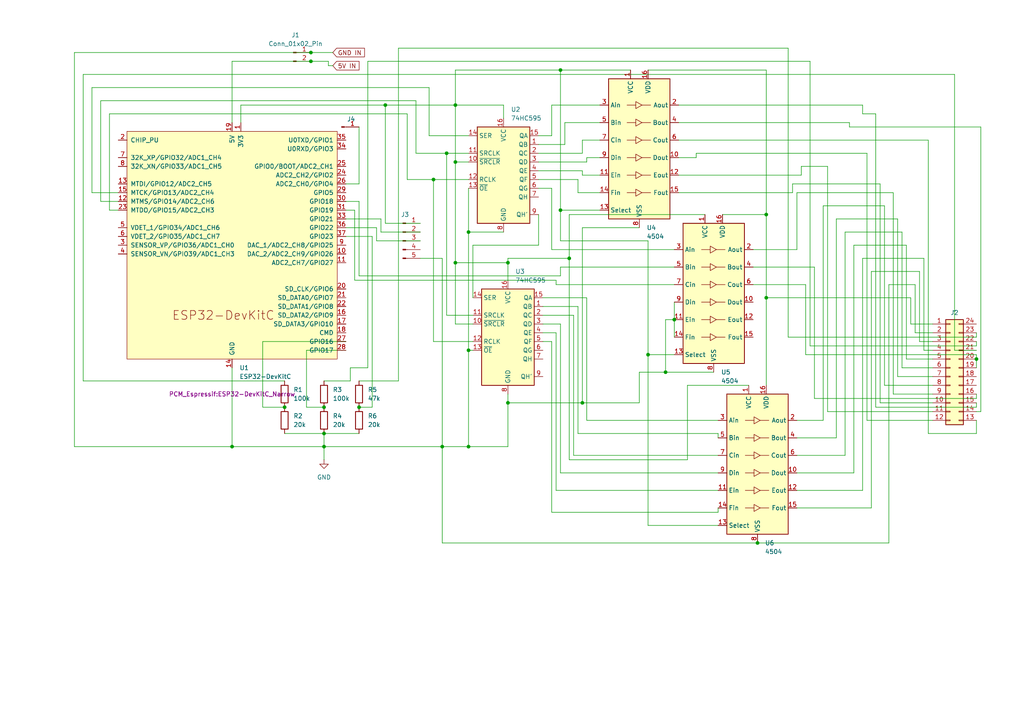
<source format=kicad_sch>
(kicad_sch
	(version 20250114)
	(generator "eeschema")
	(generator_version "9.0")
	(uuid "304b5f6d-df8e-42fe-befd-cb41a6753c0b")
	(paper "A4")
	(lib_symbols
		(symbol "4xxx:4504"
			(exclude_from_sim no)
			(in_bom yes)
			(on_board yes)
			(property "Reference" "U"
				(at -7.62 21.59 0)
				(effects
					(font
						(size 1.27 1.27)
					)
				)
			)
			(property "Value" "4504"
				(at 6.35 21.59 0)
				(effects
					(font
						(size 1.27 1.27)
					)
				)
			)
			(property "Footprint" ""
				(at 0 -33.02 0)
				(effects
					(font
						(size 1.27 1.27)
					)
					(hide yes)
				)
			)
			(property "Datasheet" "http://www.ti.com/lit/ds/symlink/cd4504b.pdf"
				(at -16.51 -8.89 0)
				(effects
					(font
						(size 1.27 1.27)
					)
					(hide yes)
				)
			)
			(property "Description" "CMOS Hex Voltage-Level Shifter for TTL-to-CMOS or CMOS-to-CMOS, DIP-16/SOIC-16/TSSOP-16"
				(at 0 0 0)
				(effects
					(font
						(size 1.27 1.27)
					)
					(hide yes)
				)
			)
			(property "ki_keywords" "Level-shifter"
				(at 0 0 0)
				(effects
					(font
						(size 1.27 1.27)
					)
					(hide yes)
				)
			)
			(property "ki_fp_filters" "DIP*W7.62mm* SOIC*3.9x9.9mm*P1.27mm* TSSOP*4.4x5mm*P0.65mm*"
				(at 0 0 0)
				(effects
					(font
						(size 1.27 1.27)
					)
					(hide yes)
				)
			)
			(symbol "4504_0_1"
				(polyline
					(pts
						(xy -3.556 12.7) (xy -1.016 12.7)
					)
					(stroke
						(width 0)
						(type default)
					)
					(fill
						(type none)
					)
				)
				(polyline
					(pts
						(xy -3.556 7.62) (xy -1.016 7.62)
					)
					(stroke
						(width 0)
						(type default)
					)
					(fill
						(type none)
					)
				)
				(polyline
					(pts
						(xy -3.556 2.54) (xy -1.016 2.54)
					)
					(stroke
						(width 0)
						(type default)
					)
					(fill
						(type none)
					)
				)
				(polyline
					(pts
						(xy -3.556 -2.54) (xy -1.016 -2.54)
					)
					(stroke
						(width 0)
						(type default)
					)
					(fill
						(type none)
					)
				)
				(polyline
					(pts
						(xy -3.556 -7.62) (xy -1.016 -7.62)
					)
					(stroke
						(width 0)
						(type default)
					)
					(fill
						(type none)
					)
				)
				(polyline
					(pts
						(xy -3.556 -12.7) (xy -1.016 -12.7)
					)
					(stroke
						(width 0)
						(type default)
					)
					(fill
						(type none)
					)
				)
				(polyline
					(pts
						(xy 0.762 12.7) (xy 3.302 12.7)
					)
					(stroke
						(width 0)
						(type default)
					)
					(fill
						(type none)
					)
				)
				(polyline
					(pts
						(xy 0.762 7.62) (xy 3.302 7.62)
					)
					(stroke
						(width 0)
						(type default)
					)
					(fill
						(type none)
					)
				)
				(polyline
					(pts
						(xy 0.762 2.54) (xy 3.302 2.54)
					)
					(stroke
						(width 0)
						(type default)
					)
					(fill
						(type none)
					)
				)
				(polyline
					(pts
						(xy 0.762 -2.54) (xy 3.302 -2.54)
					)
					(stroke
						(width 0)
						(type default)
					)
					(fill
						(type none)
					)
				)
				(polyline
					(pts
						(xy 0.762 -7.62) (xy 3.302 -7.62)
					)
					(stroke
						(width 0)
						(type default)
					)
					(fill
						(type none)
					)
				)
				(polyline
					(pts
						(xy 0.762 -12.7) (xy 3.302 -12.7)
					)
					(stroke
						(width 0)
						(type default)
					)
					(fill
						(type none)
					)
				)
			)
			(symbol "4504_1_1"
				(rectangle
					(start -8.89 20.32)
					(end 8.89 -20.32)
					(stroke
						(width 0.254)
						(type default)
					)
					(fill
						(type background)
					)
				)
				(polyline
					(pts
						(xy 0.762 12.7) (xy -1.016 11.684) (xy -1.016 13.716) (xy 0.762 12.7)
					)
					(stroke
						(width 0)
						(type default)
					)
					(fill
						(type none)
					)
				)
				(polyline
					(pts
						(xy 0.762 7.62) (xy -1.016 6.604) (xy -1.016 8.636) (xy 0.762 7.62)
					)
					(stroke
						(width 0)
						(type default)
					)
					(fill
						(type none)
					)
				)
				(polyline
					(pts
						(xy 0.762 2.54) (xy -1.016 1.524) (xy -1.016 3.556) (xy 0.762 2.54)
					)
					(stroke
						(width 0)
						(type default)
					)
					(fill
						(type none)
					)
				)
				(polyline
					(pts
						(xy 0.762 -2.54) (xy -1.016 -3.556) (xy -1.016 -1.524) (xy 0.762 -2.54)
					)
					(stroke
						(width 0)
						(type default)
					)
					(fill
						(type none)
					)
				)
				(polyline
					(pts
						(xy 0.762 -7.62) (xy -1.016 -8.636) (xy -1.016 -6.604) (xy 0.762 -7.62)
					)
					(stroke
						(width 0)
						(type default)
					)
					(fill
						(type none)
					)
				)
				(polyline
					(pts
						(xy 0.762 -12.7) (xy -1.016 -13.716) (xy -1.016 -11.684) (xy 0.762 -12.7)
					)
					(stroke
						(width 0)
						(type default)
					)
					(fill
						(type none)
					)
				)
				(pin input line
					(at -11.43 12.7 0)
					(length 2.54)
					(name "Ain"
						(effects
							(font
								(size 1.27 1.27)
							)
						)
					)
					(number "3"
						(effects
							(font
								(size 1.27 1.27)
							)
						)
					)
				)
				(pin input line
					(at -11.43 7.62 0)
					(length 2.54)
					(name "Bin"
						(effects
							(font
								(size 1.27 1.27)
							)
						)
					)
					(number "5"
						(effects
							(font
								(size 1.27 1.27)
							)
						)
					)
				)
				(pin input line
					(at -11.43 2.54 0)
					(length 2.54)
					(name "Cin"
						(effects
							(font
								(size 1.27 1.27)
							)
						)
					)
					(number "7"
						(effects
							(font
								(size 1.27 1.27)
							)
						)
					)
				)
				(pin input line
					(at -11.43 -2.54 0)
					(length 2.54)
					(name "Din"
						(effects
							(font
								(size 1.27 1.27)
							)
						)
					)
					(number "9"
						(effects
							(font
								(size 1.27 1.27)
							)
						)
					)
				)
				(pin input line
					(at -11.43 -7.62 0)
					(length 2.54)
					(name "Ein"
						(effects
							(font
								(size 1.27 1.27)
							)
						)
					)
					(number "11"
						(effects
							(font
								(size 1.27 1.27)
							)
						)
					)
				)
				(pin input line
					(at -11.43 -12.7 0)
					(length 2.54)
					(name "Fin"
						(effects
							(font
								(size 1.27 1.27)
							)
						)
					)
					(number "14"
						(effects
							(font
								(size 1.27 1.27)
							)
						)
					)
				)
				(pin input line
					(at -11.43 -17.78 0)
					(length 2.54)
					(name "Select"
						(effects
							(font
								(size 1.27 1.27)
							)
						)
					)
					(number "13"
						(effects
							(font
								(size 1.27 1.27)
							)
						)
					)
				)
				(pin power_in line
					(at -2.54 22.86 270)
					(length 2.54)
					(name "VCC"
						(effects
							(font
								(size 1.27 1.27)
							)
						)
					)
					(number "1"
						(effects
							(font
								(size 1.27 1.27)
							)
						)
					)
				)
				(pin power_in line
					(at 0 -22.86 90)
					(length 2.54)
					(name "VSS"
						(effects
							(font
								(size 1.27 1.27)
							)
						)
					)
					(number "8"
						(effects
							(font
								(size 1.27 1.27)
							)
						)
					)
				)
				(pin power_in line
					(at 2.54 22.86 270)
					(length 2.54)
					(name "VDD"
						(effects
							(font
								(size 1.27 1.27)
							)
						)
					)
					(number "16"
						(effects
							(font
								(size 1.27 1.27)
							)
						)
					)
				)
				(pin output line
					(at 11.43 12.7 180)
					(length 2.54)
					(name "Aout"
						(effects
							(font
								(size 1.27 1.27)
							)
						)
					)
					(number "2"
						(effects
							(font
								(size 1.27 1.27)
							)
						)
					)
				)
				(pin output line
					(at 11.43 7.62 180)
					(length 2.54)
					(name "Bout"
						(effects
							(font
								(size 1.27 1.27)
							)
						)
					)
					(number "4"
						(effects
							(font
								(size 1.27 1.27)
							)
						)
					)
				)
				(pin output line
					(at 11.43 2.54 180)
					(length 2.54)
					(name "Cout"
						(effects
							(font
								(size 1.27 1.27)
							)
						)
					)
					(number "6"
						(effects
							(font
								(size 1.27 1.27)
							)
						)
					)
				)
				(pin output line
					(at 11.43 -2.54 180)
					(length 2.54)
					(name "Dout"
						(effects
							(font
								(size 1.27 1.27)
							)
						)
					)
					(number "10"
						(effects
							(font
								(size 1.27 1.27)
							)
						)
					)
				)
				(pin output line
					(at 11.43 -7.62 180)
					(length 2.54)
					(name "Eout"
						(effects
							(font
								(size 1.27 1.27)
							)
						)
					)
					(number "12"
						(effects
							(font
								(size 1.27 1.27)
							)
						)
					)
				)
				(pin output line
					(at 11.43 -12.7 180)
					(length 2.54)
					(name "Fout"
						(effects
							(font
								(size 1.27 1.27)
							)
						)
					)
					(number "15"
						(effects
							(font
								(size 1.27 1.27)
							)
						)
					)
				)
			)
			(embedded_fonts no)
		)
		(symbol "74xx:74HC595"
			(exclude_from_sim no)
			(in_bom yes)
			(on_board yes)
			(property "Reference" "U"
				(at -7.62 13.97 0)
				(effects
					(font
						(size 1.27 1.27)
					)
				)
			)
			(property "Value" "74HC595"
				(at -7.62 -16.51 0)
				(effects
					(font
						(size 1.27 1.27)
					)
				)
			)
			(property "Footprint" ""
				(at 0 0 0)
				(effects
					(font
						(size 1.27 1.27)
					)
					(hide yes)
				)
			)
			(property "Datasheet" "http://www.ti.com/lit/ds/symlink/sn74hc595.pdf"
				(at 0 0 0)
				(effects
					(font
						(size 1.27 1.27)
					)
					(hide yes)
				)
			)
			(property "Description" "8-bit serial in/out Shift Register 3-State Outputs"
				(at 0 0 0)
				(effects
					(font
						(size 1.27 1.27)
					)
					(hide yes)
				)
			)
			(property "ki_keywords" "HCMOS SR 3State"
				(at 0 0 0)
				(effects
					(font
						(size 1.27 1.27)
					)
					(hide yes)
				)
			)
			(property "ki_fp_filters" "DIP*W7.62mm* SOIC*3.9x9.9mm*P1.27mm* TSSOP*4.4x5mm*P0.65mm* SOIC*5.3x10.2mm*P1.27mm* SOIC*7.5x10.3mm*P1.27mm*"
				(at 0 0 0)
				(effects
					(font
						(size 1.27 1.27)
					)
					(hide yes)
				)
			)
			(symbol "74HC595_1_0"
				(pin input line
					(at -10.16 10.16 0)
					(length 2.54)
					(name "SER"
						(effects
							(font
								(size 1.27 1.27)
							)
						)
					)
					(number "14"
						(effects
							(font
								(size 1.27 1.27)
							)
						)
					)
				)
				(pin input line
					(at -10.16 5.08 0)
					(length 2.54)
					(name "SRCLK"
						(effects
							(font
								(size 1.27 1.27)
							)
						)
					)
					(number "11"
						(effects
							(font
								(size 1.27 1.27)
							)
						)
					)
				)
				(pin input line
					(at -10.16 2.54 0)
					(length 2.54)
					(name "~{SRCLR}"
						(effects
							(font
								(size 1.27 1.27)
							)
						)
					)
					(number "10"
						(effects
							(font
								(size 1.27 1.27)
							)
						)
					)
				)
				(pin input line
					(at -10.16 -2.54 0)
					(length 2.54)
					(name "RCLK"
						(effects
							(font
								(size 1.27 1.27)
							)
						)
					)
					(number "12"
						(effects
							(font
								(size 1.27 1.27)
							)
						)
					)
				)
				(pin input line
					(at -10.16 -5.08 0)
					(length 2.54)
					(name "~{OE}"
						(effects
							(font
								(size 1.27 1.27)
							)
						)
					)
					(number "13"
						(effects
							(font
								(size 1.27 1.27)
							)
						)
					)
				)
				(pin power_in line
					(at 0 15.24 270)
					(length 2.54)
					(name "VCC"
						(effects
							(font
								(size 1.27 1.27)
							)
						)
					)
					(number "16"
						(effects
							(font
								(size 1.27 1.27)
							)
						)
					)
				)
				(pin power_in line
					(at 0 -17.78 90)
					(length 2.54)
					(name "GND"
						(effects
							(font
								(size 1.27 1.27)
							)
						)
					)
					(number "8"
						(effects
							(font
								(size 1.27 1.27)
							)
						)
					)
				)
				(pin tri_state line
					(at 10.16 10.16 180)
					(length 2.54)
					(name "QA"
						(effects
							(font
								(size 1.27 1.27)
							)
						)
					)
					(number "15"
						(effects
							(font
								(size 1.27 1.27)
							)
						)
					)
				)
				(pin tri_state line
					(at 10.16 7.62 180)
					(length 2.54)
					(name "QB"
						(effects
							(font
								(size 1.27 1.27)
							)
						)
					)
					(number "1"
						(effects
							(font
								(size 1.27 1.27)
							)
						)
					)
				)
				(pin tri_state line
					(at 10.16 5.08 180)
					(length 2.54)
					(name "QC"
						(effects
							(font
								(size 1.27 1.27)
							)
						)
					)
					(number "2"
						(effects
							(font
								(size 1.27 1.27)
							)
						)
					)
				)
				(pin tri_state line
					(at 10.16 2.54 180)
					(length 2.54)
					(name "QD"
						(effects
							(font
								(size 1.27 1.27)
							)
						)
					)
					(number "3"
						(effects
							(font
								(size 1.27 1.27)
							)
						)
					)
				)
				(pin tri_state line
					(at 10.16 0 180)
					(length 2.54)
					(name "QE"
						(effects
							(font
								(size 1.27 1.27)
							)
						)
					)
					(number "4"
						(effects
							(font
								(size 1.27 1.27)
							)
						)
					)
				)
				(pin tri_state line
					(at 10.16 -2.54 180)
					(length 2.54)
					(name "QF"
						(effects
							(font
								(size 1.27 1.27)
							)
						)
					)
					(number "5"
						(effects
							(font
								(size 1.27 1.27)
							)
						)
					)
				)
				(pin tri_state line
					(at 10.16 -5.08 180)
					(length 2.54)
					(name "QG"
						(effects
							(font
								(size 1.27 1.27)
							)
						)
					)
					(number "6"
						(effects
							(font
								(size 1.27 1.27)
							)
						)
					)
				)
				(pin tri_state line
					(at 10.16 -7.62 180)
					(length 2.54)
					(name "QH"
						(effects
							(font
								(size 1.27 1.27)
							)
						)
					)
					(number "7"
						(effects
							(font
								(size 1.27 1.27)
							)
						)
					)
				)
				(pin output line
					(at 10.16 -12.7 180)
					(length 2.54)
					(name "QH'"
						(effects
							(font
								(size 1.27 1.27)
							)
						)
					)
					(number "9"
						(effects
							(font
								(size 1.27 1.27)
							)
						)
					)
				)
			)
			(symbol "74HC595_1_1"
				(rectangle
					(start -7.62 12.7)
					(end 7.62 -15.24)
					(stroke
						(width 0.254)
						(type default)
					)
					(fill
						(type background)
					)
				)
			)
			(embedded_fonts no)
		)
		(symbol "Connector:Conn_01x01_Pin"
			(pin_names
				(offset 1.016)
				(hide yes)
			)
			(exclude_from_sim no)
			(in_bom yes)
			(on_board yes)
			(property "Reference" "J"
				(at 0 2.54 0)
				(effects
					(font
						(size 1.27 1.27)
					)
				)
			)
			(property "Value" "Conn_01x01_Pin"
				(at 0 -2.54 0)
				(effects
					(font
						(size 1.27 1.27)
					)
				)
			)
			(property "Footprint" ""
				(at 0 0 0)
				(effects
					(font
						(size 1.27 1.27)
					)
					(hide yes)
				)
			)
			(property "Datasheet" "~"
				(at 0 0 0)
				(effects
					(font
						(size 1.27 1.27)
					)
					(hide yes)
				)
			)
			(property "Description" "Generic connector, single row, 01x01, script generated"
				(at 0 0 0)
				(effects
					(font
						(size 1.27 1.27)
					)
					(hide yes)
				)
			)
			(property "ki_locked" ""
				(at 0 0 0)
				(effects
					(font
						(size 1.27 1.27)
					)
				)
			)
			(property "ki_keywords" "connector"
				(at 0 0 0)
				(effects
					(font
						(size 1.27 1.27)
					)
					(hide yes)
				)
			)
			(property "ki_fp_filters" "Connector*:*_1x??_*"
				(at 0 0 0)
				(effects
					(font
						(size 1.27 1.27)
					)
					(hide yes)
				)
			)
			(symbol "Conn_01x01_Pin_1_1"
				(rectangle
					(start 0.8636 0.127)
					(end 0 -0.127)
					(stroke
						(width 0.1524)
						(type default)
					)
					(fill
						(type outline)
					)
				)
				(polyline
					(pts
						(xy 1.27 0) (xy 0.8636 0)
					)
					(stroke
						(width 0.1524)
						(type default)
					)
					(fill
						(type none)
					)
				)
				(pin passive line
					(at 5.08 0 180)
					(length 3.81)
					(name "Pin_1"
						(effects
							(font
								(size 1.27 1.27)
							)
						)
					)
					(number "1"
						(effects
							(font
								(size 1.27 1.27)
							)
						)
					)
				)
			)
			(embedded_fonts no)
		)
		(symbol "Connector:Conn_01x02_Pin"
			(pin_names
				(offset 1.016)
				(hide yes)
			)
			(exclude_from_sim no)
			(in_bom yes)
			(on_board yes)
			(property "Reference" "J"
				(at 0 2.54 0)
				(effects
					(font
						(size 1.27 1.27)
					)
				)
			)
			(property "Value" "Conn_01x02_Pin"
				(at 0 -5.08 0)
				(effects
					(font
						(size 1.27 1.27)
					)
				)
			)
			(property "Footprint" ""
				(at 0 0 0)
				(effects
					(font
						(size 1.27 1.27)
					)
					(hide yes)
				)
			)
			(property "Datasheet" "~"
				(at 0 0 0)
				(effects
					(font
						(size 1.27 1.27)
					)
					(hide yes)
				)
			)
			(property "Description" "Generic connector, single row, 01x02, script generated"
				(at 0 0 0)
				(effects
					(font
						(size 1.27 1.27)
					)
					(hide yes)
				)
			)
			(property "ki_locked" ""
				(at 0 0 0)
				(effects
					(font
						(size 1.27 1.27)
					)
				)
			)
			(property "ki_keywords" "connector"
				(at 0 0 0)
				(effects
					(font
						(size 1.27 1.27)
					)
					(hide yes)
				)
			)
			(property "ki_fp_filters" "Connector*:*_1x??_*"
				(at 0 0 0)
				(effects
					(font
						(size 1.27 1.27)
					)
					(hide yes)
				)
			)
			(symbol "Conn_01x02_Pin_1_1"
				(rectangle
					(start 0.8636 0.127)
					(end 0 -0.127)
					(stroke
						(width 0.1524)
						(type default)
					)
					(fill
						(type outline)
					)
				)
				(rectangle
					(start 0.8636 -2.413)
					(end 0 -2.667)
					(stroke
						(width 0.1524)
						(type default)
					)
					(fill
						(type outline)
					)
				)
				(polyline
					(pts
						(xy 1.27 0) (xy 0.8636 0)
					)
					(stroke
						(width 0.1524)
						(type default)
					)
					(fill
						(type none)
					)
				)
				(polyline
					(pts
						(xy 1.27 -2.54) (xy 0.8636 -2.54)
					)
					(stroke
						(width 0.1524)
						(type default)
					)
					(fill
						(type none)
					)
				)
				(pin passive line
					(at 5.08 0 180)
					(length 3.81)
					(name "Pin_1"
						(effects
							(font
								(size 1.27 1.27)
							)
						)
					)
					(number "1"
						(effects
							(font
								(size 1.27 1.27)
							)
						)
					)
				)
				(pin passive line
					(at 5.08 -2.54 180)
					(length 3.81)
					(name "Pin_2"
						(effects
							(font
								(size 1.27 1.27)
							)
						)
					)
					(number "2"
						(effects
							(font
								(size 1.27 1.27)
							)
						)
					)
				)
			)
			(embedded_fonts no)
		)
		(symbol "Connector:Conn_01x05_Pin"
			(pin_names
				(offset 1.016)
				(hide yes)
			)
			(exclude_from_sim no)
			(in_bom yes)
			(on_board yes)
			(property "Reference" "J"
				(at 0 7.62 0)
				(effects
					(font
						(size 1.27 1.27)
					)
				)
			)
			(property "Value" "Conn_01x05_Pin"
				(at 0 -7.62 0)
				(effects
					(font
						(size 1.27 1.27)
					)
				)
			)
			(property "Footprint" ""
				(at 0 0 0)
				(effects
					(font
						(size 1.27 1.27)
					)
					(hide yes)
				)
			)
			(property "Datasheet" "~"
				(at 0 0 0)
				(effects
					(font
						(size 1.27 1.27)
					)
					(hide yes)
				)
			)
			(property "Description" "Generic connector, single row, 01x05, script generated"
				(at 0 0 0)
				(effects
					(font
						(size 1.27 1.27)
					)
					(hide yes)
				)
			)
			(property "ki_locked" ""
				(at 0 0 0)
				(effects
					(font
						(size 1.27 1.27)
					)
				)
			)
			(property "ki_keywords" "connector"
				(at 0 0 0)
				(effects
					(font
						(size 1.27 1.27)
					)
					(hide yes)
				)
			)
			(property "ki_fp_filters" "Connector*:*_1x??_*"
				(at 0 0 0)
				(effects
					(font
						(size 1.27 1.27)
					)
					(hide yes)
				)
			)
			(symbol "Conn_01x05_Pin_1_1"
				(rectangle
					(start 0.8636 5.207)
					(end 0 4.953)
					(stroke
						(width 0.1524)
						(type default)
					)
					(fill
						(type outline)
					)
				)
				(rectangle
					(start 0.8636 2.667)
					(end 0 2.413)
					(stroke
						(width 0.1524)
						(type default)
					)
					(fill
						(type outline)
					)
				)
				(rectangle
					(start 0.8636 0.127)
					(end 0 -0.127)
					(stroke
						(width 0.1524)
						(type default)
					)
					(fill
						(type outline)
					)
				)
				(rectangle
					(start 0.8636 -2.413)
					(end 0 -2.667)
					(stroke
						(width 0.1524)
						(type default)
					)
					(fill
						(type outline)
					)
				)
				(rectangle
					(start 0.8636 -4.953)
					(end 0 -5.207)
					(stroke
						(width 0.1524)
						(type default)
					)
					(fill
						(type outline)
					)
				)
				(polyline
					(pts
						(xy 1.27 5.08) (xy 0.8636 5.08)
					)
					(stroke
						(width 0.1524)
						(type default)
					)
					(fill
						(type none)
					)
				)
				(polyline
					(pts
						(xy 1.27 2.54) (xy 0.8636 2.54)
					)
					(stroke
						(width 0.1524)
						(type default)
					)
					(fill
						(type none)
					)
				)
				(polyline
					(pts
						(xy 1.27 0) (xy 0.8636 0)
					)
					(stroke
						(width 0.1524)
						(type default)
					)
					(fill
						(type none)
					)
				)
				(polyline
					(pts
						(xy 1.27 -2.54) (xy 0.8636 -2.54)
					)
					(stroke
						(width 0.1524)
						(type default)
					)
					(fill
						(type none)
					)
				)
				(polyline
					(pts
						(xy 1.27 -5.08) (xy 0.8636 -5.08)
					)
					(stroke
						(width 0.1524)
						(type default)
					)
					(fill
						(type none)
					)
				)
				(pin passive line
					(at 5.08 5.08 180)
					(length 3.81)
					(name "Pin_1"
						(effects
							(font
								(size 1.27 1.27)
							)
						)
					)
					(number "1"
						(effects
							(font
								(size 1.27 1.27)
							)
						)
					)
				)
				(pin passive line
					(at 5.08 2.54 180)
					(length 3.81)
					(name "Pin_2"
						(effects
							(font
								(size 1.27 1.27)
							)
						)
					)
					(number "2"
						(effects
							(font
								(size 1.27 1.27)
							)
						)
					)
				)
				(pin passive line
					(at 5.08 0 180)
					(length 3.81)
					(name "Pin_3"
						(effects
							(font
								(size 1.27 1.27)
							)
						)
					)
					(number "3"
						(effects
							(font
								(size 1.27 1.27)
							)
						)
					)
				)
				(pin passive line
					(at 5.08 -2.54 180)
					(length 3.81)
					(name "Pin_4"
						(effects
							(font
								(size 1.27 1.27)
							)
						)
					)
					(number "4"
						(effects
							(font
								(size 1.27 1.27)
							)
						)
					)
				)
				(pin passive line
					(at 5.08 -5.08 180)
					(length 3.81)
					(name "Pin_5"
						(effects
							(font
								(size 1.27 1.27)
							)
						)
					)
					(number "5"
						(effects
							(font
								(size 1.27 1.27)
							)
						)
					)
				)
			)
			(embedded_fonts no)
		)
		(symbol "Connector_Generic:Conn_02x12_Counter_Clockwise"
			(pin_names
				(offset 1.016)
				(hide yes)
			)
			(exclude_from_sim no)
			(in_bom yes)
			(on_board yes)
			(property "Reference" "J"
				(at 1.27 15.24 0)
				(effects
					(font
						(size 1.27 1.27)
					)
				)
			)
			(property "Value" "Conn_02x12_Counter_Clockwise"
				(at 1.27 -17.78 0)
				(effects
					(font
						(size 1.27 1.27)
					)
				)
			)
			(property "Footprint" ""
				(at 0 0 0)
				(effects
					(font
						(size 1.27 1.27)
					)
					(hide yes)
				)
			)
			(property "Datasheet" "~"
				(at 0 0 0)
				(effects
					(font
						(size 1.27 1.27)
					)
					(hide yes)
				)
			)
			(property "Description" "Generic connector, double row, 02x12, counter clockwise pin numbering scheme (similar to DIP package numbering), script generated (kicad-library-utils/schlib/autogen/connector/)"
				(at 0 0 0)
				(effects
					(font
						(size 1.27 1.27)
					)
					(hide yes)
				)
			)
			(property "ki_keywords" "connector"
				(at 0 0 0)
				(effects
					(font
						(size 1.27 1.27)
					)
					(hide yes)
				)
			)
			(property "ki_fp_filters" "Connector*:*_2x??_*"
				(at 0 0 0)
				(effects
					(font
						(size 1.27 1.27)
					)
					(hide yes)
				)
			)
			(symbol "Conn_02x12_Counter_Clockwise_1_1"
				(rectangle
					(start -1.27 13.97)
					(end 3.81 -16.51)
					(stroke
						(width 0.254)
						(type default)
					)
					(fill
						(type background)
					)
				)
				(rectangle
					(start -1.27 12.827)
					(end 0 12.573)
					(stroke
						(width 0.1524)
						(type default)
					)
					(fill
						(type none)
					)
				)
				(rectangle
					(start -1.27 10.287)
					(end 0 10.033)
					(stroke
						(width 0.1524)
						(type default)
					)
					(fill
						(type none)
					)
				)
				(rectangle
					(start -1.27 7.747)
					(end 0 7.493)
					(stroke
						(width 0.1524)
						(type default)
					)
					(fill
						(type none)
					)
				)
				(rectangle
					(start -1.27 5.207)
					(end 0 4.953)
					(stroke
						(width 0.1524)
						(type default)
					)
					(fill
						(type none)
					)
				)
				(rectangle
					(start -1.27 2.667)
					(end 0 2.413)
					(stroke
						(width 0.1524)
						(type default)
					)
					(fill
						(type none)
					)
				)
				(rectangle
					(start -1.27 0.127)
					(end 0 -0.127)
					(stroke
						(width 0.1524)
						(type default)
					)
					(fill
						(type none)
					)
				)
				(rectangle
					(start -1.27 -2.413)
					(end 0 -2.667)
					(stroke
						(width 0.1524)
						(type default)
					)
					(fill
						(type none)
					)
				)
				(rectangle
					(start -1.27 -4.953)
					(end 0 -5.207)
					(stroke
						(width 0.1524)
						(type default)
					)
					(fill
						(type none)
					)
				)
				(rectangle
					(start -1.27 -7.493)
					(end 0 -7.747)
					(stroke
						(width 0.1524)
						(type default)
					)
					(fill
						(type none)
					)
				)
				(rectangle
					(start -1.27 -10.033)
					(end 0 -10.287)
					(stroke
						(width 0.1524)
						(type default)
					)
					(fill
						(type none)
					)
				)
				(rectangle
					(start -1.27 -12.573)
					(end 0 -12.827)
					(stroke
						(width 0.1524)
						(type default)
					)
					(fill
						(type none)
					)
				)
				(rectangle
					(start -1.27 -15.113)
					(end 0 -15.367)
					(stroke
						(width 0.1524)
						(type default)
					)
					(fill
						(type none)
					)
				)
				(rectangle
					(start 3.81 12.827)
					(end 2.54 12.573)
					(stroke
						(width 0.1524)
						(type default)
					)
					(fill
						(type none)
					)
				)
				(rectangle
					(start 3.81 10.287)
					(end 2.54 10.033)
					(stroke
						(width 0.1524)
						(type default)
					)
					(fill
						(type none)
					)
				)
				(rectangle
					(start 3.81 7.747)
					(end 2.54 7.493)
					(stroke
						(width 0.1524)
						(type default)
					)
					(fill
						(type none)
					)
				)
				(rectangle
					(start 3.81 5.207)
					(end 2.54 4.953)
					(stroke
						(width 0.1524)
						(type default)
					)
					(fill
						(type none)
					)
				)
				(rectangle
					(start 3.81 2.667)
					(end 2.54 2.413)
					(stroke
						(width 0.1524)
						(type default)
					)
					(fill
						(type none)
					)
				)
				(rectangle
					(start 3.81 0.127)
					(end 2.54 -0.127)
					(stroke
						(width 0.1524)
						(type default)
					)
					(fill
						(type none)
					)
				)
				(rectangle
					(start 3.81 -2.413)
					(end 2.54 -2.667)
					(stroke
						(width 0.1524)
						(type default)
					)
					(fill
						(type none)
					)
				)
				(rectangle
					(start 3.81 -4.953)
					(end 2.54 -5.207)
					(stroke
						(width 0.1524)
						(type default)
					)
					(fill
						(type none)
					)
				)
				(rectangle
					(start 3.81 -7.493)
					(end 2.54 -7.747)
					(stroke
						(width 0.1524)
						(type default)
					)
					(fill
						(type none)
					)
				)
				(rectangle
					(start 3.81 -10.033)
					(end 2.54 -10.287)
					(stroke
						(width 0.1524)
						(type default)
					)
					(fill
						(type none)
					)
				)
				(rectangle
					(start 3.81 -12.573)
					(end 2.54 -12.827)
					(stroke
						(width 0.1524)
						(type default)
					)
					(fill
						(type none)
					)
				)
				(rectangle
					(start 3.81 -15.113)
					(end 2.54 -15.367)
					(stroke
						(width 0.1524)
						(type default)
					)
					(fill
						(type none)
					)
				)
				(pin passive line
					(at -5.08 12.7 0)
					(length 3.81)
					(name "Pin_1"
						(effects
							(font
								(size 1.27 1.27)
							)
						)
					)
					(number "1"
						(effects
							(font
								(size 1.27 1.27)
							)
						)
					)
				)
				(pin passive line
					(at -5.08 10.16 0)
					(length 3.81)
					(name "Pin_2"
						(effects
							(font
								(size 1.27 1.27)
							)
						)
					)
					(number "2"
						(effects
							(font
								(size 1.27 1.27)
							)
						)
					)
				)
				(pin passive line
					(at -5.08 7.62 0)
					(length 3.81)
					(name "Pin_3"
						(effects
							(font
								(size 1.27 1.27)
							)
						)
					)
					(number "3"
						(effects
							(font
								(size 1.27 1.27)
							)
						)
					)
				)
				(pin passive line
					(at -5.08 5.08 0)
					(length 3.81)
					(name "Pin_4"
						(effects
							(font
								(size 1.27 1.27)
							)
						)
					)
					(number "4"
						(effects
							(font
								(size 1.27 1.27)
							)
						)
					)
				)
				(pin passive line
					(at -5.08 2.54 0)
					(length 3.81)
					(name "Pin_5"
						(effects
							(font
								(size 1.27 1.27)
							)
						)
					)
					(number "5"
						(effects
							(font
								(size 1.27 1.27)
							)
						)
					)
				)
				(pin passive line
					(at -5.08 0 0)
					(length 3.81)
					(name "Pin_6"
						(effects
							(font
								(size 1.27 1.27)
							)
						)
					)
					(number "6"
						(effects
							(font
								(size 1.27 1.27)
							)
						)
					)
				)
				(pin passive line
					(at -5.08 -2.54 0)
					(length 3.81)
					(name "Pin_7"
						(effects
							(font
								(size 1.27 1.27)
							)
						)
					)
					(number "7"
						(effects
							(font
								(size 1.27 1.27)
							)
						)
					)
				)
				(pin passive line
					(at -5.08 -5.08 0)
					(length 3.81)
					(name "Pin_8"
						(effects
							(font
								(size 1.27 1.27)
							)
						)
					)
					(number "8"
						(effects
							(font
								(size 1.27 1.27)
							)
						)
					)
				)
				(pin passive line
					(at -5.08 -7.62 0)
					(length 3.81)
					(name "Pin_9"
						(effects
							(font
								(size 1.27 1.27)
							)
						)
					)
					(number "9"
						(effects
							(font
								(size 1.27 1.27)
							)
						)
					)
				)
				(pin passive line
					(at -5.08 -10.16 0)
					(length 3.81)
					(name "Pin_10"
						(effects
							(font
								(size 1.27 1.27)
							)
						)
					)
					(number "10"
						(effects
							(font
								(size 1.27 1.27)
							)
						)
					)
				)
				(pin passive line
					(at -5.08 -12.7 0)
					(length 3.81)
					(name "Pin_11"
						(effects
							(font
								(size 1.27 1.27)
							)
						)
					)
					(number "11"
						(effects
							(font
								(size 1.27 1.27)
							)
						)
					)
				)
				(pin passive line
					(at -5.08 -15.24 0)
					(length 3.81)
					(name "Pin_12"
						(effects
							(font
								(size 1.27 1.27)
							)
						)
					)
					(number "12"
						(effects
							(font
								(size 1.27 1.27)
							)
						)
					)
				)
				(pin passive line
					(at 7.62 12.7 180)
					(length 3.81)
					(name "Pin_24"
						(effects
							(font
								(size 1.27 1.27)
							)
						)
					)
					(number "24"
						(effects
							(font
								(size 1.27 1.27)
							)
						)
					)
				)
				(pin passive line
					(at 7.62 10.16 180)
					(length 3.81)
					(name "Pin_23"
						(effects
							(font
								(size 1.27 1.27)
							)
						)
					)
					(number "23"
						(effects
							(font
								(size 1.27 1.27)
							)
						)
					)
				)
				(pin passive line
					(at 7.62 7.62 180)
					(length 3.81)
					(name "Pin_22"
						(effects
							(font
								(size 1.27 1.27)
							)
						)
					)
					(number "22"
						(effects
							(font
								(size 1.27 1.27)
							)
						)
					)
				)
				(pin passive line
					(at 7.62 5.08 180)
					(length 3.81)
					(name "Pin_21"
						(effects
							(font
								(size 1.27 1.27)
							)
						)
					)
					(number "21"
						(effects
							(font
								(size 1.27 1.27)
							)
						)
					)
				)
				(pin passive line
					(at 7.62 2.54 180)
					(length 3.81)
					(name "Pin_20"
						(effects
							(font
								(size 1.27 1.27)
							)
						)
					)
					(number "20"
						(effects
							(font
								(size 1.27 1.27)
							)
						)
					)
				)
				(pin passive line
					(at 7.62 0 180)
					(length 3.81)
					(name "Pin_19"
						(effects
							(font
								(size 1.27 1.27)
							)
						)
					)
					(number "19"
						(effects
							(font
								(size 1.27 1.27)
							)
						)
					)
				)
				(pin passive line
					(at 7.62 -2.54 180)
					(length 3.81)
					(name "Pin_18"
						(effects
							(font
								(size 1.27 1.27)
							)
						)
					)
					(number "18"
						(effects
							(font
								(size 1.27 1.27)
							)
						)
					)
				)
				(pin passive line
					(at 7.62 -5.08 180)
					(length 3.81)
					(name "Pin_17"
						(effects
							(font
								(size 1.27 1.27)
							)
						)
					)
					(number "17"
						(effects
							(font
								(size 1.27 1.27)
							)
						)
					)
				)
				(pin passive line
					(at 7.62 -7.62 180)
					(length 3.81)
					(name "Pin_16"
						(effects
							(font
								(size 1.27 1.27)
							)
						)
					)
					(number "16"
						(effects
							(font
								(size 1.27 1.27)
							)
						)
					)
				)
				(pin passive line
					(at 7.62 -10.16 180)
					(length 3.81)
					(name "Pin_15"
						(effects
							(font
								(size 1.27 1.27)
							)
						)
					)
					(number "15"
						(effects
							(font
								(size 1.27 1.27)
							)
						)
					)
				)
				(pin passive line
					(at 7.62 -12.7 180)
					(length 3.81)
					(name "Pin_14"
						(effects
							(font
								(size 1.27 1.27)
							)
						)
					)
					(number "14"
						(effects
							(font
								(size 1.27 1.27)
							)
						)
					)
				)
				(pin passive line
					(at 7.62 -15.24 180)
					(length 3.81)
					(name "Pin_13"
						(effects
							(font
								(size 1.27 1.27)
							)
						)
					)
					(number "13"
						(effects
							(font
								(size 1.27 1.27)
							)
						)
					)
				)
			)
			(embedded_fonts no)
		)
		(symbol "Device:R"
			(pin_numbers
				(hide yes)
			)
			(pin_names
				(offset 0)
			)
			(exclude_from_sim no)
			(in_bom yes)
			(on_board yes)
			(property "Reference" "R"
				(at 2.032 0 90)
				(effects
					(font
						(size 1.27 1.27)
					)
				)
			)
			(property "Value" "R"
				(at 0 0 90)
				(effects
					(font
						(size 1.27 1.27)
					)
				)
			)
			(property "Footprint" ""
				(at -1.778 0 90)
				(effects
					(font
						(size 1.27 1.27)
					)
					(hide yes)
				)
			)
			(property "Datasheet" "~"
				(at 0 0 0)
				(effects
					(font
						(size 1.27 1.27)
					)
					(hide yes)
				)
			)
			(property "Description" "Resistor"
				(at 0 0 0)
				(effects
					(font
						(size 1.27 1.27)
					)
					(hide yes)
				)
			)
			(property "ki_keywords" "R res resistor"
				(at 0 0 0)
				(effects
					(font
						(size 1.27 1.27)
					)
					(hide yes)
				)
			)
			(property "ki_fp_filters" "R_*"
				(at 0 0 0)
				(effects
					(font
						(size 1.27 1.27)
					)
					(hide yes)
				)
			)
			(symbol "R_0_1"
				(rectangle
					(start -1.016 -2.54)
					(end 1.016 2.54)
					(stroke
						(width 0.254)
						(type default)
					)
					(fill
						(type none)
					)
				)
			)
			(symbol "R_1_1"
				(pin passive line
					(at 0 3.81 270)
					(length 1.27)
					(name "~"
						(effects
							(font
								(size 1.27 1.27)
							)
						)
					)
					(number "1"
						(effects
							(font
								(size 1.27 1.27)
							)
						)
					)
				)
				(pin passive line
					(at 0 -3.81 90)
					(length 1.27)
					(name "~"
						(effects
							(font
								(size 1.27 1.27)
							)
						)
					)
					(number "2"
						(effects
							(font
								(size 1.27 1.27)
							)
						)
					)
				)
			)
			(embedded_fonts no)
		)
		(symbol "PCM_Espressif:ESP32-DevKitC"
			(pin_names
				(offset 1.016)
			)
			(exclude_from_sim no)
			(in_bom yes)
			(on_board yes)
			(property "Reference" "U"
				(at -30.48 38.1 0)
				(effects
					(font
						(size 1.27 1.27)
					)
					(justify left)
				)
			)
			(property "Value" "ESP32-DevKitC"
				(at -30.48 35.56 0)
				(effects
					(font
						(size 1.27 1.27)
					)
					(justify left)
				)
			)
			(property "Footprint" "PCM_Espressif:ESP32-DevKitC"
				(at 0 -43.18 0)
				(effects
					(font
						(size 1.27 1.27)
					)
					(hide yes)
				)
			)
			(property "Datasheet" "https://docs.espressif.com/projects/esp-idf/zh_CN/latest/esp32/hw-reference/esp32/get-started-devkitc.html"
				(at 0 -45.72 0)
				(effects
					(font
						(size 1.27 1.27)
					)
					(hide yes)
				)
			)
			(property "Description" "Development Kit"
				(at 0 0 0)
				(effects
					(font
						(size 1.27 1.27)
					)
					(hide yes)
				)
			)
			(property "ki_keywords" "ESP32"
				(at 0 0 0)
				(effects
					(font
						(size 1.27 1.27)
					)
					(hide yes)
				)
			)
			(symbol "ESP32-DevKitC_0_0"
				(text "ESP32-DevKitC"
					(at -2.54 -20.32 0)
					(effects
						(font
							(size 2.54 2.54)
						)
					)
				)
				(pin power_in line
					(at 0 35.56 270)
					(length 2.54)
					(name "5V"
						(effects
							(font
								(size 1.27 1.27)
							)
						)
					)
					(number "19"
						(effects
							(font
								(size 1.27 1.27)
							)
						)
					)
				)
				(pin power_in line
					(at 0 -35.56 90)
					(length 2.54)
					(name "GND"
						(effects
							(font
								(size 1.27 1.27)
							)
						)
					)
					(number "14"
						(effects
							(font
								(size 1.27 1.27)
							)
						)
					)
				)
			)
			(symbol "ESP32-DevKitC_0_1"
				(rectangle
					(start -30.48 33.02)
					(end 30.48 -33.02)
					(stroke
						(width 0)
						(type default)
					)
					(fill
						(type background)
					)
				)
			)
			(symbol "ESP32-DevKitC_1_1"
				(pin input line
					(at -33.02 30.48 0)
					(length 2.54)
					(name "CHIP_PU"
						(effects
							(font
								(size 1.27 1.27)
							)
						)
					)
					(number "2"
						(effects
							(font
								(size 1.27 1.27)
							)
						)
					)
				)
				(pin bidirectional line
					(at -33.02 25.4 0)
					(length 2.54)
					(name "32K_XP/GPIO32/ADC1_CH4"
						(effects
							(font
								(size 1.27 1.27)
							)
						)
					)
					(number "7"
						(effects
							(font
								(size 1.27 1.27)
							)
						)
					)
				)
				(pin bidirectional line
					(at -33.02 22.86 0)
					(length 2.54)
					(name "32K_XN/GPIO33/ADC1_CH5"
						(effects
							(font
								(size 1.27 1.27)
							)
						)
					)
					(number "8"
						(effects
							(font
								(size 1.27 1.27)
							)
						)
					)
				)
				(pin bidirectional line
					(at -33.02 17.78 0)
					(length 2.54)
					(name "MTDI/GPIO12/ADC2_CH5"
						(effects
							(font
								(size 1.27 1.27)
							)
						)
					)
					(number "13"
						(effects
							(font
								(size 1.27 1.27)
							)
						)
					)
				)
				(pin bidirectional line
					(at -33.02 15.24 0)
					(length 2.54)
					(name "MTCK/GPIO13/ADC2_CH4"
						(effects
							(font
								(size 1.27 1.27)
							)
						)
					)
					(number "15"
						(effects
							(font
								(size 1.27 1.27)
							)
						)
					)
				)
				(pin bidirectional line
					(at -33.02 12.7 0)
					(length 2.54)
					(name "MTMS/GPIO14/ADC2_CH6"
						(effects
							(font
								(size 1.27 1.27)
							)
						)
					)
					(number "12"
						(effects
							(font
								(size 1.27 1.27)
							)
						)
					)
				)
				(pin bidirectional line
					(at -33.02 10.16 0)
					(length 2.54)
					(name "MTDO/GPIO15/ADC2_CH3"
						(effects
							(font
								(size 1.27 1.27)
							)
						)
					)
					(number "23"
						(effects
							(font
								(size 1.27 1.27)
							)
						)
					)
				)
				(pin input line
					(at -33.02 5.08 0)
					(length 2.54)
					(name "VDET_1/GPIO34/ADC1_CH6"
						(effects
							(font
								(size 1.27 1.27)
							)
						)
					)
					(number "5"
						(effects
							(font
								(size 1.27 1.27)
							)
						)
					)
				)
				(pin input line
					(at -33.02 2.54 0)
					(length 2.54)
					(name "VDET_2/GPIO35/ADC1_CH7"
						(effects
							(font
								(size 1.27 1.27)
							)
						)
					)
					(number "6"
						(effects
							(font
								(size 1.27 1.27)
							)
						)
					)
				)
				(pin input line
					(at -33.02 0 0)
					(length 2.54)
					(name "SENSOR_VP/GPIO36/ADC1_CH0"
						(effects
							(font
								(size 1.27 1.27)
							)
						)
					)
					(number "3"
						(effects
							(font
								(size 1.27 1.27)
							)
						)
					)
				)
				(pin input line
					(at -33.02 -2.54 0)
					(length 2.54)
					(name "SENSOR_VN/GPIO39/ADC1_CH3"
						(effects
							(font
								(size 1.27 1.27)
							)
						)
					)
					(number "4"
						(effects
							(font
								(size 1.27 1.27)
							)
						)
					)
				)
				(pin passive line
					(at 0 -35.56 90)
					(length 2.54)
					(hide yes)
					(name "GND"
						(effects
							(font
								(size 1.27 1.27)
							)
						)
					)
					(number "32"
						(effects
							(font
								(size 1.27 1.27)
							)
						)
					)
				)
				(pin passive line
					(at 0 -35.56 90)
					(length 2.54)
					(hide yes)
					(name "GND"
						(effects
							(font
								(size 1.27 1.27)
							)
						)
					)
					(number "38"
						(effects
							(font
								(size 1.27 1.27)
							)
						)
					)
				)
				(pin power_in line
					(at 2.54 35.56 270)
					(length 2.54)
					(name "3V3"
						(effects
							(font
								(size 1.27 1.27)
							)
						)
					)
					(number "1"
						(effects
							(font
								(size 1.27 1.27)
							)
						)
					)
				)
				(pin bidirectional line
					(at 33.02 30.48 180)
					(length 2.54)
					(name "U0TXD/GPIO1"
						(effects
							(font
								(size 1.27 1.27)
							)
						)
					)
					(number "35"
						(effects
							(font
								(size 1.27 1.27)
							)
						)
					)
				)
				(pin bidirectional line
					(at 33.02 27.94 180)
					(length 2.54)
					(name "U0RXD/GPIO3"
						(effects
							(font
								(size 1.27 1.27)
							)
						)
					)
					(number "34"
						(effects
							(font
								(size 1.27 1.27)
							)
						)
					)
				)
				(pin bidirectional line
					(at 33.02 22.86 180)
					(length 2.54)
					(name "GPIO0/BOOT/ADC2_CH1"
						(effects
							(font
								(size 1.27 1.27)
							)
						)
					)
					(number "25"
						(effects
							(font
								(size 1.27 1.27)
							)
						)
					)
				)
				(pin bidirectional line
					(at 33.02 20.32 180)
					(length 2.54)
					(name "ADC2_CH2/GPIO2"
						(effects
							(font
								(size 1.27 1.27)
							)
						)
					)
					(number "24"
						(effects
							(font
								(size 1.27 1.27)
							)
						)
					)
				)
				(pin bidirectional line
					(at 33.02 17.78 180)
					(length 2.54)
					(name "ADC2_CH0/GPIO4"
						(effects
							(font
								(size 1.27 1.27)
							)
						)
					)
					(number "26"
						(effects
							(font
								(size 1.27 1.27)
							)
						)
					)
				)
				(pin bidirectional line
					(at 33.02 15.24 180)
					(length 2.54)
					(name "GPIO5"
						(effects
							(font
								(size 1.27 1.27)
							)
						)
					)
					(number "29"
						(effects
							(font
								(size 1.27 1.27)
							)
						)
					)
				)
				(pin bidirectional line
					(at 33.02 12.7 180)
					(length 2.54)
					(name "GPIO18"
						(effects
							(font
								(size 1.27 1.27)
							)
						)
					)
					(number "30"
						(effects
							(font
								(size 1.27 1.27)
							)
						)
					)
				)
				(pin bidirectional line
					(at 33.02 10.16 180)
					(length 2.54)
					(name "GPIO19"
						(effects
							(font
								(size 1.27 1.27)
							)
						)
					)
					(number "31"
						(effects
							(font
								(size 1.27 1.27)
							)
						)
					)
				)
				(pin bidirectional line
					(at 33.02 7.62 180)
					(length 2.54)
					(name "GPIO21"
						(effects
							(font
								(size 1.27 1.27)
							)
						)
					)
					(number "33"
						(effects
							(font
								(size 1.27 1.27)
							)
						)
					)
				)
				(pin bidirectional line
					(at 33.02 5.08 180)
					(length 2.54)
					(name "GPIO22"
						(effects
							(font
								(size 1.27 1.27)
							)
						)
					)
					(number "36"
						(effects
							(font
								(size 1.27 1.27)
							)
						)
					)
				)
				(pin bidirectional line
					(at 33.02 2.54 180)
					(length 2.54)
					(name "GPIO23"
						(effects
							(font
								(size 1.27 1.27)
							)
						)
					)
					(number "37"
						(effects
							(font
								(size 1.27 1.27)
							)
						)
					)
				)
				(pin bidirectional line
					(at 33.02 0 180)
					(length 2.54)
					(name "DAC_1/ADC2_CH8/GPIO25"
						(effects
							(font
								(size 1.27 1.27)
							)
						)
					)
					(number "9"
						(effects
							(font
								(size 1.27 1.27)
							)
						)
					)
				)
				(pin bidirectional line
					(at 33.02 -2.54 180)
					(length 2.54)
					(name "DAC_2/ADC2_CH9/GPIO26"
						(effects
							(font
								(size 1.27 1.27)
							)
						)
					)
					(number "10"
						(effects
							(font
								(size 1.27 1.27)
							)
						)
					)
				)
				(pin bidirectional line
					(at 33.02 -5.08 180)
					(length 2.54)
					(name "ADC2_CH7/GPIO27"
						(effects
							(font
								(size 1.27 1.27)
							)
						)
					)
					(number "11"
						(effects
							(font
								(size 1.27 1.27)
							)
						)
					)
				)
				(pin bidirectional line
					(at 33.02 -12.7 180)
					(length 2.54)
					(name "SD_CLK/GPIO6"
						(effects
							(font
								(size 1.27 1.27)
							)
						)
					)
					(number "20"
						(effects
							(font
								(size 1.27 1.27)
							)
						)
					)
				)
				(pin bidirectional line
					(at 33.02 -15.24 180)
					(length 2.54)
					(name "SD_DATA0/GPIO7"
						(effects
							(font
								(size 1.27 1.27)
							)
						)
					)
					(number "21"
						(effects
							(font
								(size 1.27 1.27)
							)
						)
					)
				)
				(pin bidirectional line
					(at 33.02 -17.78 180)
					(length 2.54)
					(name "SD_DATA1/GPIO8"
						(effects
							(font
								(size 1.27 1.27)
							)
						)
					)
					(number "22"
						(effects
							(font
								(size 1.27 1.27)
							)
						)
					)
				)
				(pin bidirectional line
					(at 33.02 -20.32 180)
					(length 2.54)
					(name "SD_DATA2/GPIO9"
						(effects
							(font
								(size 1.27 1.27)
							)
						)
					)
					(number "16"
						(effects
							(font
								(size 1.27 1.27)
							)
						)
					)
				)
				(pin bidirectional line
					(at 33.02 -22.86 180)
					(length 2.54)
					(name "SD_DATA3/GPIO10"
						(effects
							(font
								(size 1.27 1.27)
							)
						)
					)
					(number "17"
						(effects
							(font
								(size 1.27 1.27)
							)
						)
					)
				)
				(pin bidirectional line
					(at 33.02 -25.4 180)
					(length 2.54)
					(name "CMD"
						(effects
							(font
								(size 1.27 1.27)
							)
						)
					)
					(number "18"
						(effects
							(font
								(size 1.27 1.27)
							)
						)
					)
				)
				(pin bidirectional line
					(at 33.02 -27.94 180)
					(length 2.54)
					(name "GPIO16"
						(effects
							(font
								(size 1.27 1.27)
							)
						)
					)
					(number "27"
						(effects
							(font
								(size 1.27 1.27)
							)
						)
					)
				)
				(pin bidirectional line
					(at 33.02 -30.48 180)
					(length 2.54)
					(name "GPIO17"
						(effects
							(font
								(size 1.27 1.27)
							)
						)
					)
					(number "28"
						(effects
							(font
								(size 1.27 1.27)
							)
						)
					)
				)
			)
			(embedded_fonts no)
		)
		(symbol "power:GND"
			(power)
			(pin_numbers
				(hide yes)
			)
			(pin_names
				(offset 0)
				(hide yes)
			)
			(exclude_from_sim no)
			(in_bom yes)
			(on_board yes)
			(property "Reference" "#PWR"
				(at 0 -6.35 0)
				(effects
					(font
						(size 1.27 1.27)
					)
					(hide yes)
				)
			)
			(property "Value" "GND"
				(at 0 -3.81 0)
				(effects
					(font
						(size 1.27 1.27)
					)
				)
			)
			(property "Footprint" ""
				(at 0 0 0)
				(effects
					(font
						(size 1.27 1.27)
					)
					(hide yes)
				)
			)
			(property "Datasheet" ""
				(at 0 0 0)
				(effects
					(font
						(size 1.27 1.27)
					)
					(hide yes)
				)
			)
			(property "Description" "Power symbol creates a global label with name \"GND\" , ground"
				(at 0 0 0)
				(effects
					(font
						(size 1.27 1.27)
					)
					(hide yes)
				)
			)
			(property "ki_keywords" "global power"
				(at 0 0 0)
				(effects
					(font
						(size 1.27 1.27)
					)
					(hide yes)
				)
			)
			(symbol "GND_0_1"
				(polyline
					(pts
						(xy 0 0) (xy 0 -1.27) (xy 1.27 -1.27) (xy 0 -2.54) (xy -1.27 -1.27) (xy 0 -1.27)
					)
					(stroke
						(width 0)
						(type default)
					)
					(fill
						(type none)
					)
				)
			)
			(symbol "GND_1_1"
				(pin power_in line
					(at 0 0 270)
					(length 0)
					(name "~"
						(effects
							(font
								(size 1.27 1.27)
							)
						)
					)
					(number "1"
						(effects
							(font
								(size 1.27 1.27)
							)
						)
					)
				)
			)
			(embedded_fonts no)
		)
	)
	(junction
		(at 162.56 20.32)
		(diameter 0)
		(color 0 0 0 0)
		(uuid "0a7461bc-6b2a-40cc-be4c-d03a490ed53a")
	)
	(junction
		(at 132.08 76.2)
		(diameter 0)
		(color 0 0 0 0)
		(uuid "10a0d0fb-7aa4-4430-9acc-799e363619da")
	)
	(junction
		(at 193.04 107.95)
		(diameter 0)
		(color 0 0 0 0)
		(uuid "111656c1-f34a-43d0-b8a6-012b32d985a2")
	)
	(junction
		(at 147.32 116.84)
		(diameter 0)
		(color 0 0 0 0)
		(uuid "140e3903-c53c-4aae-9206-376cb19d5aac")
	)
	(junction
		(at 168.91 116.84)
		(diameter 0)
		(color 0 0 0 0)
		(uuid "1a96c423-aa5e-4585-bfe3-5d8ce08cb292")
	)
	(junction
		(at 132.08 46.99)
		(diameter 0)
		(color 0 0 0 0)
		(uuid "1ece709d-6518-4f69-995d-a4f77c6055c8")
	)
	(junction
		(at 135.89 101.6)
		(diameter 0)
		(color 0 0 0 0)
		(uuid "20de419f-32b7-457d-9d21-9ed594924f61")
	)
	(junction
		(at 187.96 102.87)
		(diameter 0)
		(color 0 0 0 0)
		(uuid "368cfa47-6e5a-4b22-adc6-e5dc21f128f5")
	)
	(junction
		(at 93.98 125.73)
		(diameter 0)
		(color 0 0 0 0)
		(uuid "3bd9dcc5-71d9-4a13-a18a-a8acfa314f4c")
	)
	(junction
		(at 90.17 15.24)
		(diameter 0)
		(color 0 0 0 0)
		(uuid "3fea55b4-b70e-45bd-a4e4-af655f5ee41e")
	)
	(junction
		(at 125.73 52.07)
		(diameter 0)
		(color 0 0 0 0)
		(uuid "56190087-9b34-4852-a9fa-9c9ac0cc7f57")
	)
	(junction
		(at 67.31 129.54)
		(diameter 0)
		(color 0 0 0 0)
		(uuid "57d31ff6-b859-4a82-9cd5-484ab6b3c162")
	)
	(junction
		(at 222.25 62.23)
		(diameter 0)
		(color 0 0 0 0)
		(uuid "655ec73b-60f5-4fcc-b7fd-4ca02299b98f")
	)
	(junction
		(at 128.27 129.54)
		(diameter 0)
		(color 0 0 0 0)
		(uuid "67dfd593-f578-4a0e-8063-5df0233ab1ad")
	)
	(junction
		(at 104.14 118.11)
		(diameter 0)
		(color 0 0 0 0)
		(uuid "7b8ad71d-f255-48fa-82e5-e5876ad1ae09")
	)
	(junction
		(at 135.89 67.31)
		(diameter 0)
		(color 0 0 0 0)
		(uuid "7d91ed96-9859-4eda-ab1d-f0b32a37ae65")
	)
	(junction
		(at 135.89 129.54)
		(diameter 0)
		(color 0 0 0 0)
		(uuid "854ad15f-751a-4f0e-9266-f1687d3c9ca9")
	)
	(junction
		(at 147.32 76.2)
		(diameter 0)
		(color 0 0 0 0)
		(uuid "9a7b8c93-e985-461d-83bb-6f0404166a7b")
	)
	(junction
		(at 132.08 30.48)
		(diameter 0)
		(color 0 0 0 0)
		(uuid "a5396e89-0270-48dc-a21b-45846c63b070")
	)
	(junction
		(at 162.56 60.96)
		(diameter 0)
		(color 0 0 0 0)
		(uuid "a6e6fe78-8ced-4a14-acb8-2ddf1f980120")
	)
	(junction
		(at 93.98 129.54)
		(diameter 0)
		(color 0 0 0 0)
		(uuid "b0a284e0-934c-43c9-a971-14b0dd2b3239")
	)
	(junction
		(at 93.98 118.11)
		(diameter 0)
		(color 0 0 0 0)
		(uuid "ceba5e93-29ea-4196-9fb3-7a1fa5f5d837")
	)
	(junction
		(at 283.21 104.14)
		(diameter 0)
		(color 0 0 0 0)
		(uuid "d4885209-4388-4fea-8738-32fd90d3b048")
	)
	(junction
		(at 129.54 44.45)
		(diameter 0)
		(color 0 0 0 0)
		(uuid "d543deca-61e1-4b92-8900-305d5da73e14")
	)
	(junction
		(at 165.1 74.93)
		(diameter 0)
		(color 0 0 0 0)
		(uuid "d849d3ab-b062-4a57-9e1d-cfd5b5df9546")
	)
	(junction
		(at 222.25 86.36)
		(diameter 0)
		(color 0 0 0 0)
		(uuid "db01b063-68e8-4b7d-92ca-df9c0536e520")
	)
	(junction
		(at 195.58 92.71)
		(diameter 0)
		(color 0 0 0 0)
		(uuid "de85b515-f4fe-4af5-a34c-c165f08b404d")
	)
	(junction
		(at 90.17 17.78)
		(diameter 0)
		(color 0 0 0 0)
		(uuid "dea0c519-0174-4a3a-832b-aa7bc863567d")
	)
	(junction
		(at 82.55 118.11)
		(diameter 0)
		(color 0 0 0 0)
		(uuid "ef9e0404-4d20-4770-b43f-00b07ae5b025")
	)
	(junction
		(at 111.76 30.48)
		(diameter 0)
		(color 0 0 0 0)
		(uuid "f3e0f498-8d9a-4155-9361-75cbf021ae60")
	)
	(junction
		(at 219.71 157.48)
		(diameter 0)
		(color 0 0 0 0)
		(uuid "fe88e1fb-e55a-45cf-b6ef-930707546d68")
	)
	(wire
		(pts
			(xy 193.04 107.95) (xy 207.01 107.95)
		)
		(stroke
			(width 0)
			(type default)
		)
		(uuid "0027364d-9011-461c-9698-3984294a762e")
	)
	(wire
		(pts
			(xy 88.9 101.6) (xy 88.9 118.11)
		)
		(stroke
			(width 0)
			(type default)
		)
		(uuid "007c7e2f-954c-4907-8a43-3dbbd13c5adf")
	)
	(wire
		(pts
			(xy 185.42 66.04) (xy 168.91 66.04)
		)
		(stroke
			(width 0)
			(type default)
		)
		(uuid "01b6d6a3-214e-434a-b01b-04428af0b90d")
	)
	(wire
		(pts
			(xy 102.87 81.28) (xy 161.29 81.28)
		)
		(stroke
			(width 0)
			(type default)
		)
		(uuid "01ba4151-b5fe-4ca8-a326-7ff7753e29cb")
	)
	(wire
		(pts
			(xy 238.76 59.69) (xy 256.54 59.69)
		)
		(stroke
			(width 0)
			(type default)
		)
		(uuid "02cea5a5-0475-4ffa-b08d-5b5d0ffe348b")
	)
	(wire
		(pts
			(xy 34.29 55.88) (xy 26.67 55.88)
		)
		(stroke
			(width 0)
			(type default)
		)
		(uuid "044cb2af-2e9f-4e6b-b9fe-c6b06eef6ea8")
	)
	(wire
		(pts
			(xy 218.44 82.55) (xy 233.68 82.55)
		)
		(stroke
			(width 0)
			(type default)
		)
		(uuid "050273d4-faa9-4097-8286-6508caa3a90d")
	)
	(wire
		(pts
			(xy 88.9 101.6) (xy 100.33 101.6)
		)
		(stroke
			(width 0)
			(type default)
		)
		(uuid "06ce5c6c-c004-4d6e-b5c4-b937197c3887")
	)
	(wire
		(pts
			(xy 124.46 39.37) (xy 135.89 39.37)
		)
		(stroke
			(width 0)
			(type default)
		)
		(uuid "06efcfd8-4752-4366-90ed-2c49ffb5b98c")
	)
	(wire
		(pts
			(xy 262.89 71.12) (xy 262.89 104.14)
		)
		(stroke
			(width 0)
			(type default)
		)
		(uuid "08a8126d-fa28-4af3-b0f7-0cb87db8af7a")
	)
	(wire
		(pts
			(xy 160.02 30.48) (xy 173.99 30.48)
		)
		(stroke
			(width 0)
			(type default)
		)
		(uuid "0a8bb544-58b7-44ad-9c19-a7dd9440fef7")
	)
	(wire
		(pts
			(xy 137.16 71.12) (xy 137.16 86.36)
		)
		(stroke
			(width 0)
			(type default)
		)
		(uuid "0ba59eb4-16b1-49b0-87dd-c7319951ec16")
	)
	(wire
		(pts
			(xy 240.03 48.26) (xy 240.03 119.38)
		)
		(stroke
			(width 0)
			(type default)
		)
		(uuid "0dcd5fd6-4198-42ed-85b0-d9d782b329d9")
	)
	(wire
		(pts
			(xy 252.73 78.74) (xy 266.7 78.74)
		)
		(stroke
			(width 0)
			(type default)
		)
		(uuid "0dee6a56-8349-4e4a-903d-8cbba9dffa8e")
	)
	(wire
		(pts
			(xy 259.08 55.88) (xy 259.08 114.3)
		)
		(stroke
			(width 0)
			(type default)
		)
		(uuid "0e7b871e-4f9f-41b0-bb17-9d44db3dd89d")
	)
	(wire
		(pts
			(xy 21.59 129.54) (xy 67.31 129.54)
		)
		(stroke
			(width 0)
			(type default)
		)
		(uuid "0eb69ac6-e2b3-438f-8b84-4aa87ec7c5d2")
	)
	(wire
		(pts
			(xy 196.85 55.88) (xy 229.87 55.88)
		)
		(stroke
			(width 0)
			(type default)
		)
		(uuid "0f91fd9c-7954-473e-9b04-0c5926b7294e")
	)
	(wire
		(pts
			(xy 231.14 72.39) (xy 218.44 72.39)
		)
		(stroke
			(width 0)
			(type default)
		)
		(uuid "0fb5652a-3d01-4898-9ce3-5b044f0f8714")
	)
	(wire
		(pts
			(xy 167.64 88.9) (xy 167.64 125.73)
		)
		(stroke
			(width 0)
			(type default)
		)
		(uuid "0fcb33b3-7e6a-4213-9636-a72654710192")
	)
	(wire
		(pts
			(xy 182.88 20.32) (xy 162.56 20.32)
		)
		(stroke
			(width 0)
			(type default)
		)
		(uuid "12d82919-52ed-4503-9f31-1f524708afdd")
	)
	(wire
		(pts
			(xy 29.21 58.42) (xy 29.21 29.21)
		)
		(stroke
			(width 0)
			(type default)
		)
		(uuid "14275c2d-5795-4220-91be-723edf37cc5e")
	)
	(wire
		(pts
			(xy 222.25 86.36) (xy 264.16 86.36)
		)
		(stroke
			(width 0)
			(type default)
		)
		(uuid "14786d1b-9d02-46c8-9511-85edd556476b")
	)
	(wire
		(pts
			(xy 67.31 106.68) (xy 67.31 129.54)
		)
		(stroke
			(width 0)
			(type default)
		)
		(uuid "159686fb-098e-4892-83cd-4ddd78877532")
	)
	(wire
		(pts
			(xy 156.21 52.07) (xy 167.64 52.07)
		)
		(stroke
			(width 0)
			(type default)
		)
		(uuid "16aa18f8-0cda-4f32-9631-f74f912120ef")
	)
	(wire
		(pts
			(xy 90.17 15.24) (xy 96.52 15.24)
		)
		(stroke
			(width 0)
			(type default)
		)
		(uuid "175aab10-41cf-4b60-b64c-2f3cb78987a6")
	)
	(wire
		(pts
			(xy 168.91 49.53) (xy 168.91 50.8)
		)
		(stroke
			(width 0)
			(type default)
		)
		(uuid "175b1aae-6054-4261-a667-270636422845")
	)
	(wire
		(pts
			(xy 231.14 127) (xy 242.57 127)
		)
		(stroke
			(width 0)
			(type default)
		)
		(uuid "1aa5a17f-3462-42d6-89e7-1cb8c38369ea")
	)
	(wire
		(pts
			(xy 250.19 142.24) (xy 250.19 74.93)
		)
		(stroke
			(width 0)
			(type default)
		)
		(uuid "1abceb02-e187-432d-8941-b947a26330fe")
	)
	(wire
		(pts
			(xy 160.02 72.39) (xy 195.58 72.39)
		)
		(stroke
			(width 0)
			(type default)
		)
		(uuid "1b41a57a-c04f-44b4-a593-5fac5e9bf983")
	)
	(wire
		(pts
			(xy 250.19 74.93) (xy 267.97 74.93)
		)
		(stroke
			(width 0)
			(type default)
		)
		(uuid "1b4c4838-1a74-444c-bdf1-345dbfb33346")
	)
	(wire
		(pts
			(xy 229.87 53.34) (xy 255.27 53.34)
		)
		(stroke
			(width 0)
			(type default)
		)
		(uuid "1b5769cb-ffcc-4416-9a2a-15b55fe93b15")
	)
	(wire
		(pts
			(xy 110.49 63.5) (xy 110.49 67.31)
		)
		(stroke
			(width 0)
			(type default)
		)
		(uuid "1c3def1a-331c-4982-a44e-b42956e9cfa8")
	)
	(wire
		(pts
			(xy 129.54 44.45) (xy 129.54 91.44)
		)
		(stroke
			(width 0)
			(type default)
		)
		(uuid "1e5f7e28-e4d5-41a0-b496-4df48a1780ba")
	)
	(wire
		(pts
			(xy 283.21 100.33) (xy 283.21 99.06)
		)
		(stroke
			(width 0)
			(type default)
		)
		(uuid "1eff9060-8ca1-494c-802c-bfc503c38a69")
	)
	(wire
		(pts
			(xy 234.95 17.78) (xy 234.95 100.33)
		)
		(stroke
			(width 0)
			(type default)
		)
		(uuid "1f9ab5c8-c46c-4172-ba05-a022938cc210")
	)
	(wire
		(pts
			(xy 222.25 20.32) (xy 187.96 20.32)
		)
		(stroke
			(width 0)
			(type default)
		)
		(uuid "216fa698-ba86-4b9e-97bc-526f490b84d9")
	)
	(wire
		(pts
			(xy 34.29 60.96) (xy 31.75 60.96)
		)
		(stroke
			(width 0)
			(type default)
		)
		(uuid "2170e784-ed53-4ee5-8af7-e2e769f6b819")
	)
	(wire
		(pts
			(xy 162.56 60.96) (xy 162.56 69.85)
		)
		(stroke
			(width 0)
			(type default)
		)
		(uuid "22a27706-dd84-4cab-9705-7ed5e755f3b8")
	)
	(wire
		(pts
			(xy 128.27 74.93) (xy 128.27 129.54)
		)
		(stroke
			(width 0)
			(type default)
		)
		(uuid "2569a21b-ba2a-4a42-a316-8967a6fcf815")
	)
	(wire
		(pts
			(xy 163.83 35.56) (xy 173.99 35.56)
		)
		(stroke
			(width 0)
			(type default)
		)
		(uuid "274c40c5-8514-4f54-abee-a21ddecb39e8")
	)
	(wire
		(pts
			(xy 34.29 58.42) (xy 29.21 58.42)
		)
		(stroke
			(width 0)
			(type default)
		)
		(uuid "2944e3ea-3cdc-4a2c-a63c-a4297d665f8c")
	)
	(wire
		(pts
			(xy 132.08 76.2) (xy 132.08 93.98)
		)
		(stroke
			(width 0)
			(type default)
		)
		(uuid "29655165-c55e-4092-916c-a92e7db0be9d")
	)
	(wire
		(pts
			(xy 156.21 49.53) (xy 168.91 49.53)
		)
		(stroke
			(width 0)
			(type default)
		)
		(uuid "2979d130-595f-4b6d-af0c-0fbe2c99f30f")
	)
	(wire
		(pts
			(xy 135.89 129.54) (xy 147.32 129.54)
		)
		(stroke
			(width 0)
			(type default)
		)
		(uuid "2a5b6b3f-dd6a-4ed1-a78e-a610b7284d5b")
	)
	(wire
		(pts
			(xy 165.1 62.23) (xy 165.1 74.93)
		)
		(stroke
			(width 0)
			(type default)
		)
		(uuid "2aa7dd95-6e3b-48fe-b33a-e899827610bc")
	)
	(wire
		(pts
			(xy 256.54 59.69) (xy 256.54 111.76)
		)
		(stroke
			(width 0)
			(type default)
		)
		(uuid "2b3b48e3-eac0-4570-955b-e06a630e68aa")
	)
	(wire
		(pts
			(xy 204.47 62.23) (xy 165.1 62.23)
		)
		(stroke
			(width 0)
			(type default)
		)
		(uuid "2b7515d7-b9a0-4efa-ae4f-78baba9ba27a")
	)
	(wire
		(pts
			(xy 217.17 111.76) (xy 199.39 111.76)
		)
		(stroke
			(width 0)
			(type default)
		)
		(uuid "2e31a544-d134-4435-b481-d69b17878183")
	)
	(wire
		(pts
			(xy 157.48 99.06) (xy 160.02 99.06)
		)
		(stroke
			(width 0)
			(type default)
		)
		(uuid "2e93b374-5a57-4a99-9207-3faafd2e72b9")
	)
	(wire
		(pts
			(xy 232.41 48.26) (xy 232.41 50.8)
		)
		(stroke
			(width 0)
			(type default)
		)
		(uuid "2eb889a9-fae2-45a9-9de0-f807c5dd4362")
	)
	(wire
		(pts
			(xy 193.04 92.71) (xy 193.04 107.95)
		)
		(stroke
			(width 0)
			(type default)
		)
		(uuid "300d04d3-8ac8-458d-a7ba-a4a1ff800984")
	)
	(wire
		(pts
			(xy 251.46 44.45) (xy 251.46 121.92)
		)
		(stroke
			(width 0)
			(type default)
		)
		(uuid "308269ff-a890-4146-9c25-0d7b10fccba9")
	)
	(wire
		(pts
			(xy 156.21 71.12) (xy 137.16 71.12)
		)
		(stroke
			(width 0)
			(type default)
		)
		(uuid "3201763d-a4f4-44b9-9372-9f7f3f08060f")
	)
	(wire
		(pts
			(xy 162.56 77.47) (xy 162.56 80.01)
		)
		(stroke
			(width 0)
			(type default)
		)
		(uuid "32b2571e-9216-4168-a01f-68ae9d6d2e43")
	)
	(wire
		(pts
			(xy 163.83 41.91) (xy 163.83 35.56)
		)
		(stroke
			(width 0)
			(type default)
		)
		(uuid "34cf2506-7f04-453c-9110-e2e71ed9b8da")
	)
	(wire
		(pts
			(xy 160.02 54.61) (xy 160.02 72.39)
		)
		(stroke
			(width 0)
			(type default)
		)
		(uuid "35648f80-d054-4e2e-a539-7c822c3d613b")
	)
	(wire
		(pts
			(xy 260.35 63.5) (xy 260.35 109.22)
		)
		(stroke
			(width 0)
			(type default)
		)
		(uuid "369b977e-b767-487e-83d9-d56063c5d992")
	)
	(wire
		(pts
			(xy 262.89 104.14) (xy 270.51 104.14)
		)
		(stroke
			(width 0)
			(type default)
		)
		(uuid "373dbfb6-95be-4705-95f7-50e6b307b2a6")
	)
	(wire
		(pts
			(xy 208.28 152.4) (xy 187.96 152.4)
		)
		(stroke
			(width 0)
			(type default)
		)
		(uuid "3891b0b0-d523-4b3d-9e20-a9fe07d20a5f")
	)
	(wire
		(pts
			(xy 208.28 125.73) (xy 208.28 127)
		)
		(stroke
			(width 0)
			(type default)
		)
		(uuid "3a174719-db2f-4727-aece-1c6569692b89")
	)
	(wire
		(pts
			(xy 162.56 20.32) (xy 132.08 20.32)
		)
		(stroke
			(width 0)
			(type default)
		)
		(uuid "3a1cd3ee-acf6-4a60-bcc5-c65835a120ed")
	)
	(wire
		(pts
			(xy 266.7 99.06) (xy 266.7 78.74)
		)
		(stroke
			(width 0)
			(type default)
		)
		(uuid "3ae8e579-0870-4d3c-a5d2-656290f9dfd0")
	)
	(wire
		(pts
			(xy 147.32 129.54) (xy 147.32 116.84)
		)
		(stroke
			(width 0)
			(type default)
		)
		(uuid "3b483806-a74b-46f9-9b8d-404ebac8c433")
	)
	(wire
		(pts
			(xy 135.89 101.6) (xy 135.89 129.54)
		)
		(stroke
			(width 0)
			(type default)
		)
		(uuid "3cb39339-4b21-4936-b027-71959625016c")
	)
	(wire
		(pts
			(xy 265.43 96.52) (xy 270.51 96.52)
		)
		(stroke
			(width 0)
			(type default)
		)
		(uuid "3cef02f9-0d12-4a00-b800-b2d9cce271bb")
	)
	(wire
		(pts
			(xy 115.57 13.97) (xy 115.57 110.49)
		)
		(stroke
			(width 0)
			(type default)
		)
		(uuid "3d40ef22-c347-4fe0-9c9e-8fba85dd1b03")
	)
	(wire
		(pts
			(xy 118.11 33.02) (xy 118.11 52.07)
		)
		(stroke
			(width 0)
			(type default)
		)
		(uuid "3df929b3-7ff9-437d-b878-86d4deb5d494")
	)
	(wire
		(pts
			(xy 121.92 74.93) (xy 128.27 74.93)
		)
		(stroke
			(width 0)
			(type default)
		)
		(uuid "3ee6132b-1585-4643-baf4-13bff20d013e")
	)
	(wire
		(pts
			(xy 284.48 36.83) (xy 284.48 119.38)
		)
		(stroke
			(width 0)
			(type default)
		)
		(uuid "4082261c-1499-47ee-ba92-937d9217cf36")
	)
	(wire
		(pts
			(xy 100.33 63.5) (xy 110.49 63.5)
		)
		(stroke
			(width 0)
			(type default)
		)
		(uuid "4150b1ce-c961-41bd-95f3-db3702bb41fb")
	)
	(wire
		(pts
			(xy 170.18 86.36) (xy 170.18 121.92)
		)
		(stroke
			(width 0)
			(type default)
		)
		(uuid "44ef49fc-7890-4fc8-9e66-fa4039f0082d")
	)
	(wire
		(pts
			(xy 162.56 69.85) (xy 187.96 69.85)
		)
		(stroke
			(width 0)
			(type default)
		)
		(uuid "45967a2b-e2e9-4dbd-9410-617e8b688620")
	)
	(wire
		(pts
			(xy 167.64 52.07) (xy 167.64 55.88)
		)
		(stroke
			(width 0)
			(type default)
		)
		(uuid "45f5f3c4-560d-40ba-86ec-410099d14a3d")
	)
	(wire
		(pts
			(xy 185.42 107.95) (xy 193.04 107.95)
		)
		(stroke
			(width 0)
			(type default)
		)
		(uuid "463efab5-d0ab-4f85-acf3-d0f1e947bf56")
	)
	(wire
		(pts
			(xy 196.85 35.56) (xy 246.38 35.56)
		)
		(stroke
			(width 0)
			(type default)
		)
		(uuid "479662f3-0e5b-4fc9-b9e5-eb9cc446d693")
	)
	(wire
		(pts
			(xy 264.16 93.98) (xy 270.51 93.98)
		)
		(stroke
			(width 0)
			(type default)
		)
		(uuid "48802246-a736-451a-9281-bb37a8d20d8f")
	)
	(wire
		(pts
			(xy 218.44 77.47) (xy 236.22 77.47)
		)
		(stroke
			(width 0)
			(type default)
		)
		(uuid "492fdfd8-271c-48e8-8b09-8c99e2311378")
	)
	(wire
		(pts
			(xy 157.48 91.44) (xy 166.37 91.44)
		)
		(stroke
			(width 0)
			(type default)
		)
		(uuid "4abd621f-0ce9-4f27-8352-9fa29646223a")
	)
	(wire
		(pts
			(xy 125.73 99.06) (xy 137.16 99.06)
		)
		(stroke
			(width 0)
			(type default)
		)
		(uuid "4c70f6cd-2e30-4163-b55e-602ba8c7c366")
	)
	(wire
		(pts
			(xy 252.73 147.32) (xy 252.73 78.74)
		)
		(stroke
			(width 0)
			(type default)
		)
		(uuid "4d3740f9-fe04-49d4-a22f-8917d8664f4d")
	)
	(wire
		(pts
			(xy 261.62 67.31) (xy 261.62 106.68)
		)
		(stroke
			(width 0)
			(type default)
		)
		(uuid "4d8915ff-b581-43c0-bee0-d1e1be3d71b9")
	)
	(wire
		(pts
			(xy 236.22 115.57) (xy 283.21 115.57)
		)
		(stroke
			(width 0)
			(type default)
		)
		(uuid "4e264d67-7e58-4862-a5a1-d8a17b4dbc79")
	)
	(wire
		(pts
			(xy 160.02 99.06) (xy 160.02 148.59)
		)
		(stroke
			(width 0)
			(type default)
		)
		(uuid "4eb549ee-e991-43dc-ba4d-7c517913549f")
	)
	(wire
		(pts
			(xy 124.46 25.4) (xy 124.46 39.37)
		)
		(stroke
			(width 0)
			(type default)
		)
		(uuid "4fc776f8-372d-4a52-905f-bf4cfed06b64")
	)
	(wire
		(pts
			(xy 236.22 77.47) (xy 236.22 115.57)
		)
		(stroke
			(width 0)
			(type default)
		)
		(uuid "50e62e70-5bc1-40e7-9d85-8efe46b6862d")
	)
	(wire
		(pts
			(xy 31.75 33.02) (xy 118.11 33.02)
		)
		(stroke
			(width 0)
			(type default)
		)
		(uuid "51d173ec-a7e0-4b0e-abfc-4f628e3eaac1")
	)
	(wire
		(pts
			(xy 125.73 52.07) (xy 125.73 99.06)
		)
		(stroke
			(width 0)
			(type default)
		)
		(uuid "53d66ff8-9c38-4313-9699-395198dc43a7")
	)
	(wire
		(pts
			(xy 185.42 107.95) (xy 185.42 116.84)
		)
		(stroke
			(width 0)
			(type default)
		)
		(uuid "546f9d9c-712f-4647-b7d0-fa88c1fd91f7")
	)
	(wire
		(pts
			(xy 100.33 66.04) (xy 109.22 66.04)
		)
		(stroke
			(width 0)
			(type default)
		)
		(uuid "578f8b58-d05b-4840-ab13-85c3a639b49d")
	)
	(wire
		(pts
			(xy 170.18 45.72) (xy 173.99 45.72)
		)
		(stroke
			(width 0)
			(type default)
		)
		(uuid "5865497c-a6f9-4fce-b0ac-1bd88f92a04d")
	)
	(wire
		(pts
			(xy 276.86 21.59) (xy 276.86 101.6)
		)
		(stroke
			(width 0)
			(type default)
		)
		(uuid "59e2ebbf-42c4-456e-9303-ba2b90cb0cb0")
	)
	(wire
		(pts
			(xy 170.18 121.92) (xy 208.28 121.92)
		)
		(stroke
			(width 0)
			(type default)
		)
		(uuid "5afd7061-b882-4f9c-86a6-9e4fed1c3e5a")
	)
	(wire
		(pts
			(xy 196.85 40.64) (xy 269.24 40.64)
		)
		(stroke
			(width 0)
			(type default)
		)
		(uuid "5c9a4810-0f26-4497-ae0a-d41e9c9916c5")
	)
	(wire
		(pts
			(xy 24.13 21.59) (xy 276.86 21.59)
		)
		(stroke
			(width 0)
			(type default)
		)
		(uuid "5cd69c29-3848-498e-b02a-9162b5f82736")
	)
	(wire
		(pts
			(xy 267.97 74.93) (xy 267.97 101.6)
		)
		(stroke
			(width 0)
			(type default)
		)
		(uuid "5d3548a0-ed53-46a0-80d5-8c4eebcb1e60")
	)
	(wire
		(pts
			(xy 147.32 74.93) (xy 147.32 76.2)
		)
		(stroke
			(width 0)
			(type default)
		)
		(uuid "5d702fd5-af70-42cb-ac5d-d518e3cea5e7")
	)
	(wire
		(pts
			(xy 196.85 45.72) (xy 201.93 45.72)
		)
		(stroke
			(width 0)
			(type default)
		)
		(uuid "5dedae91-2fd0-428b-b964-3a8eadbbbc6d")
	)
	(wire
		(pts
			(xy 196.85 50.8) (xy 232.41 50.8)
		)
		(stroke
			(width 0)
			(type default)
		)
		(uuid "5dfbee38-b719-4c72-8890-8e8eb18fefc7")
	)
	(wire
		(pts
			(xy 135.89 67.31) (xy 135.89 101.6)
		)
		(stroke
			(width 0)
			(type default)
		)
		(uuid "5f310261-df65-4066-b802-44f031340982")
	)
	(wire
		(pts
			(xy 146.05 67.31) (xy 135.89 67.31)
		)
		(stroke
			(width 0)
			(type default)
		)
		(uuid "5fc47ceb-83e4-4653-9e5f-3a9e30adb8e4")
	)
	(wire
		(pts
			(xy 120.65 44.45) (xy 129.54 44.45)
		)
		(stroke
			(width 0)
			(type default)
		)
		(uuid "60406cb8-6c0b-4ceb-af83-77caab24c9f9")
	)
	(wire
		(pts
			(xy 247.65 137.16) (xy 247.65 71.12)
		)
		(stroke
			(width 0)
			(type default)
		)
		(uuid "606bcde2-ccba-4c8c-9ce9-ccf532ca6364")
	)
	(wire
		(pts
			(xy 229.87 53.34) (xy 229.87 55.88)
		)
		(stroke
			(width 0)
			(type default)
		)
		(uuid "60ee701b-b15b-428b-aa79-9fcc3244dd86")
	)
	(wire
		(pts
			(xy 231.14 55.88) (xy 259.08 55.88)
		)
		(stroke
			(width 0)
			(type default)
		)
		(uuid "60fcd734-7f85-4779-b6ca-92ca6e470029")
	)
	(wire
		(pts
			(xy 76.2 118.11) (xy 82.55 118.11)
		)
		(stroke
			(width 0)
			(type default)
		)
		(uuid "611f1ebc-cca1-488c-bb30-9459b849ea25")
	)
	(wire
		(pts
			(xy 156.21 54.61) (xy 160.02 54.61)
		)
		(stroke
			(width 0)
			(type default)
		)
		(uuid "6162c4e6-0660-4790-be67-3de4748d39ee")
	)
	(wire
		(pts
			(xy 219.71 157.48) (xy 128.27 157.48)
		)
		(stroke
			(width 0)
			(type default)
		)
		(uuid "620ec495-07f7-4090-b7c7-ea2075605f9e")
	)
	(wire
		(pts
			(xy 111.76 64.77) (xy 121.92 64.77)
		)
		(stroke
			(width 0)
			(type default)
		)
		(uuid "62e46a21-9550-464d-a323-bb4edae9afbf")
	)
	(wire
		(pts
			(xy 157.48 93.98) (xy 162.56 93.98)
		)
		(stroke
			(width 0)
			(type default)
		)
		(uuid "638304dc-394e-4085-945e-fb502a4d1cac")
	)
	(wire
		(pts
			(xy 135.89 101.6) (xy 137.16 101.6)
		)
		(stroke
			(width 0)
			(type default)
		)
		(uuid "64435acd-10aa-4906-b8ba-1c480cc8248f")
	)
	(wire
		(pts
			(xy 166.37 91.44) (xy 166.37 132.08)
		)
		(stroke
			(width 0)
			(type default)
		)
		(uuid "65ef9d5d-a2b0-4e3b-a25e-aaf3f610708d")
	)
	(wire
		(pts
			(xy 257.81 82.55) (xy 257.81 157.48)
		)
		(stroke
			(width 0)
			(type default)
		)
		(uuid "664c4d91-0f97-4b42-afe3-255c40125582")
	)
	(wire
		(pts
			(xy 257.81 157.48) (xy 219.71 157.48)
		)
		(stroke
			(width 0)
			(type default)
		)
		(uuid "67ea7a0a-9bc6-45c6-aa1b-67e2f59c3df2")
	)
	(wire
		(pts
			(xy 233.68 82.55) (xy 233.68 102.87)
		)
		(stroke
			(width 0)
			(type default)
		)
		(uuid "6811cb2a-803b-4a08-9662-5339135a7e07")
	)
	(wire
		(pts
			(xy 157.48 96.52) (xy 161.29 96.52)
		)
		(stroke
			(width 0)
			(type default)
		)
		(uuid "68281d1b-1bb1-46ff-b01f-83287dca8dfa")
	)
	(wire
		(pts
			(xy 156.21 44.45) (xy 168.91 44.45)
		)
		(stroke
			(width 0)
			(type default)
		)
		(uuid "6927e339-38ff-4ed8-adc2-3f6c4a008f02")
	)
	(wire
		(pts
			(xy 107.95 68.58) (xy 107.95 118.11)
		)
		(stroke
			(width 0)
			(type default)
		)
		(uuid "697aa158-2d56-4354-9151-c5a43701cb0f")
	)
	(wire
		(pts
			(xy 256.54 111.76) (xy 270.51 111.76)
		)
		(stroke
			(width 0)
			(type default)
		)
		(uuid "69fe4eb9-6fe3-4c89-a3e4-09a3ba923093")
	)
	(wire
		(pts
			(xy 24.13 21.59) (xy 24.13 110.49)
		)
		(stroke
			(width 0)
			(type default)
		)
		(uuid "6b3bc53f-e658-4d82-b42f-1d37ad095948")
	)
	(wire
		(pts
			(xy 104.14 53.34) (xy 104.14 36.83)
		)
		(stroke
			(width 0)
			(type default)
		)
		(uuid "6c1224b1-f8be-47dc-8bdd-b07662a60731")
	)
	(wire
		(pts
			(xy 257.81 82.55) (xy 265.43 82.55)
		)
		(stroke
			(width 0)
			(type default)
		)
		(uuid "6dd7a816-88cd-4770-94dd-d6cac5228ec9")
	)
	(wire
		(pts
			(xy 231.14 137.16) (xy 247.65 137.16)
		)
		(stroke
			(width 0)
			(type default)
		)
		(uuid "6e774761-010e-4124-aa5d-7c6ab868531c")
	)
	(wire
		(pts
			(xy 195.58 87.63) (xy 195.58 92.71)
		)
		(stroke
			(width 0)
			(type default)
		)
		(uuid "6fb3f6cd-da3b-463e-9816-7215ab79cc96")
	)
	(wire
		(pts
			(xy 125.73 52.07) (xy 135.89 52.07)
		)
		(stroke
			(width 0)
			(type default)
		)
		(uuid "6fb4608b-ebf3-44e1-a5b5-90e9ce5d5730")
	)
	(wire
		(pts
			(xy 246.38 36.83) (xy 284.48 36.83)
		)
		(stroke
			(width 0)
			(type default)
		)
		(uuid "7093410c-a4f0-45e7-bd3d-34ffc3d803ad")
	)
	(wire
		(pts
			(xy 115.57 13.97) (xy 228.6 13.97)
		)
		(stroke
			(width 0)
			(type default)
		)
		(uuid "70a7ce44-0c1e-4cc6-91c8-e9efcdfa7b8a")
	)
	(wire
		(pts
			(xy 228.6 97.79) (xy 283.21 97.79)
		)
		(stroke
			(width 0)
			(type default)
		)
		(uuid "70b290d5-a5a1-4932-b16f-a51e3b5bab1f")
	)
	(wire
		(pts
			(xy 185.42 116.84) (xy 168.91 116.84)
		)
		(stroke
			(width 0)
			(type default)
		)
		(uuid "71e2dfcf-0909-44a8-9fe8-74cd6b22767f")
	)
	(wire
		(pts
			(xy 254 118.11) (xy 283.21 118.11)
		)
		(stroke
			(width 0)
			(type default)
		)
		(uuid "74b51dd5-c420-46bb-9ba1-1e075df5656e")
	)
	(wire
		(pts
			(xy 201.93 44.45) (xy 251.46 44.45)
		)
		(stroke
			(width 0)
			(type default)
		)
		(uuid "75eb3867-50ab-4100-96fb-1b93434732ac")
	)
	(wire
		(pts
			(xy 132.08 30.48) (xy 146.05 30.48)
		)
		(stroke
			(width 0)
			(type default)
		)
		(uuid "77509e65-c418-41f7-8718-8bd0150f5988")
	)
	(wire
		(pts
			(xy 240.03 119.38) (xy 270.51 119.38)
		)
		(stroke
			(width 0)
			(type default)
		)
		(uuid "7918d9b0-198d-44bc-a6f6-b88e10972f9a")
	)
	(wire
		(pts
			(xy 104.14 58.42) (xy 104.14 80.01)
		)
		(stroke
			(width 0)
			(type default)
		)
		(uuid "797b6ad7-bfc4-45da-b211-dd020fd1657b")
	)
	(wire
		(pts
			(xy 93.98 125.73) (xy 93.98 129.54)
		)
		(stroke
			(width 0)
			(type default)
		)
		(uuid "7a9b10c3-9c44-4049-98a5-e0d82159154f")
	)
	(wire
		(pts
			(xy 267.97 101.6) (xy 270.51 101.6)
		)
		(stroke
			(width 0)
			(type default)
		)
		(uuid "7be0f47c-7e66-4201-8126-1b73e4e4c7e2")
	)
	(wire
		(pts
			(xy 265.43 96.52) (xy 265.43 82.55)
		)
		(stroke
			(width 0)
			(type default)
		)
		(uuid "7d9ca58b-e3cd-4c7a-a1e3-a8dca658fcfc")
	)
	(wire
		(pts
			(xy 128.27 129.54) (xy 93.98 129.54)
		)
		(stroke
			(width 0)
			(type default)
		)
		(uuid "7ed1616b-ab83-4489-8957-7148f957df6e")
	)
	(wire
		(pts
			(xy 26.67 25.4) (xy 124.46 25.4)
		)
		(stroke
			(width 0)
			(type default)
		)
		(uuid "7f387e6e-2d72-4665-af57-222a12619543")
	)
	(wire
		(pts
			(xy 128.27 157.48) (xy 128.27 129.54)
		)
		(stroke
			(width 0)
			(type default)
		)
		(uuid "816cf52b-fe94-42d9-8e8e-f904165c9d78")
	)
	(wire
		(pts
			(xy 167.64 125.73) (xy 208.28 125.73)
		)
		(stroke
			(width 0)
			(type default)
		)
		(uuid "8262a602-a77b-431b-806a-96423ccba6fd")
	)
	(wire
		(pts
			(xy 109.22 69.85) (xy 121.92 69.85)
		)
		(stroke
			(width 0)
			(type default)
		)
		(uuid "83722c90-d24b-4a71-a0b6-af1877e0d7e3")
	)
	(wire
		(pts
			(xy 208.28 148.59) (xy 208.28 147.32)
		)
		(stroke
			(width 0)
			(type default)
		)
		(uuid "8392ae43-0251-46f8-9a5f-cb602f35d059")
	)
	(wire
		(pts
			(xy 160.02 148.59) (xy 208.28 148.59)
		)
		(stroke
			(width 0)
			(type default)
		)
		(uuid "86aa4d5b-44c0-4f1f-97c3-d8f0acaefef3")
	)
	(wire
		(pts
			(xy 160.02 39.37) (xy 160.02 30.48)
		)
		(stroke
			(width 0)
			(type default)
		)
		(uuid "874b54e8-3b0d-420f-a599-c0df436c2911")
	)
	(wire
		(pts
			(xy 231.14 147.32) (xy 252.73 147.32)
		)
		(stroke
			(width 0)
			(type default)
		)
		(uuid "8775e433-024c-4387-a8ff-25ccc6208da0")
	)
	(wire
		(pts
			(xy 67.31 129.54) (xy 93.98 129.54)
		)
		(stroke
			(width 0)
			(type default)
		)
		(uuid "87e0e125-5cf5-4dd5-ae8b-2becd91df8fc")
	)
	(wire
		(pts
			(xy 283.21 102.87) (xy 283.21 104.14)
		)
		(stroke
			(width 0)
			(type default)
		)
		(uuid "8825b59f-d424-4abf-84ed-e399f800640a")
	)
	(wire
		(pts
			(xy 157.48 86.36) (xy 170.18 86.36)
		)
		(stroke
			(width 0)
			(type default)
		)
		(uuid "88ef988c-1e29-42bb-bd74-93c4eee2a55c")
	)
	(wire
		(pts
			(xy 146.05 34.29) (xy 146.05 30.48)
		)
		(stroke
			(width 0)
			(type default)
		)
		(uuid "89a304a3-c35f-40f5-b55b-b8bc797b1570")
	)
	(wire
		(pts
			(xy 88.9 118.11) (xy 93.98 118.11)
		)
		(stroke
			(width 0)
			(type default)
		)
		(uuid "8a428fb1-844d-4095-b481-56a39a5261dd")
	)
	(wire
		(pts
			(xy 107.95 118.11) (xy 104.14 118.11)
		)
		(stroke
			(width 0)
			(type default)
		)
		(uuid "8aa5eb02-cc27-44f4-825e-4cc5aa8244ce")
	)
	(wire
		(pts
			(xy 187.96 152.4) (xy 187.96 102.87)
		)
		(stroke
			(width 0)
			(type default)
		)
		(uuid "8adf83da-2946-493f-9d62-47751cd4657d")
	)
	(wire
		(pts
			(xy 132.08 46.99) (xy 132.08 30.48)
		)
		(stroke
			(width 0)
			(type default)
		)
		(uuid "8afd2d0b-a5e2-42f2-a882-3db491af8c87")
	)
	(wire
		(pts
			(xy 161.29 82.55) (xy 161.29 81.28)
		)
		(stroke
			(width 0)
			(type default)
		)
		(uuid "8b4b703c-21eb-429e-a90a-7e7be0a3443d")
	)
	(wire
		(pts
			(xy 195.58 92.71) (xy 195.58 97.79)
		)
		(stroke
			(width 0)
			(type default)
		)
		(uuid "8be31e9e-0a95-4f53-8ca6-58eb3b09cfba")
	)
	(wire
		(pts
			(xy 29.21 29.21) (xy 120.65 29.21)
		)
		(stroke
			(width 0)
			(type default)
		)
		(uuid "8cf75863-3095-4844-80d3-bcfeecbabd05")
	)
	(wire
		(pts
			(xy 231.14 142.24) (xy 250.19 142.24)
		)
		(stroke
			(width 0)
			(type default)
		)
		(uuid "8e04c629-e23a-4735-967c-b40dbcd77efb")
	)
	(wire
		(pts
			(xy 284.48 119.38) (xy 283.21 119.38)
		)
		(stroke
			(width 0)
			(type default)
		)
		(uuid "8f1e7fb9-d682-4281-a4b2-8fa2f70d3821")
	)
	(wire
		(pts
			(xy 259.08 114.3) (xy 270.51 114.3)
		)
		(stroke
			(width 0)
			(type default)
		)
		(uuid "8f3334cc-aa4a-4853-a24d-4df2e9a8319f")
	)
	(wire
		(pts
			(xy 147.32 116.84) (xy 147.32 114.3)
		)
		(stroke
			(width 0)
			(type default)
		)
		(uuid "90c1ebb7-dcb9-4e82-9042-34d42d0ac9e2")
	)
	(wire
		(pts
			(xy 93.98 129.54) (xy 93.98 133.35)
		)
		(stroke
			(width 0)
			(type default)
		)
		(uuid "9302a69f-da80-4791-acc7-299727002785")
	)
	(wire
		(pts
			(xy 251.46 121.92) (xy 270.51 121.92)
		)
		(stroke
			(width 0)
			(type default)
		)
		(uuid "948620e1-ab45-4fad-b54b-ed4233adcdef")
	)
	(wire
		(pts
			(xy 101.6 106.68) (xy 101.6 110.49)
		)
		(stroke
			(width 0)
			(type default)
		)
		(uuid "95a5c787-6c2c-4399-8a66-0d2123c45bc7")
	)
	(wire
		(pts
			(xy 162.56 77.47) (xy 195.58 77.47)
		)
		(stroke
			(width 0)
			(type default)
		)
		(uuid "9697c9b1-9c48-4906-844e-c9eec2994de1")
	)
	(wire
		(pts
			(xy 120.65 29.21) (xy 120.65 44.45)
		)
		(stroke
			(width 0)
			(type default)
		)
		(uuid "973c83e0-2876-4434-b1cd-e19e850dd6a5")
	)
	(wire
		(pts
			(xy 162.56 20.32) (xy 162.56 60.96)
		)
		(stroke
			(width 0)
			(type default)
		)
		(uuid "989d7aa6-bce1-4c25-b4db-738e41605654")
	)
	(wire
		(pts
			(xy 162.56 137.16) (xy 208.28 137.16)
		)
		(stroke
			(width 0)
			(type default)
		)
		(uuid "98a9b729-9234-4aa9-bf7f-e527a78d73f6")
	)
	(wire
		(pts
			(xy 69.85 30.48) (xy 111.76 30.48)
		)
		(stroke
			(width 0)
			(type default)
		)
		(uuid "98d8cc16-fd36-4445-8c43-6890bde654f5")
	)
	(wire
		(pts
			(xy 222.25 62.23) (xy 209.55 62.23)
		)
		(stroke
			(width 0)
			(type default)
		)
		(uuid "99983b06-ded3-4f66-874f-77159d13d28d")
	)
	(wire
		(pts
			(xy 101.6 110.49) (xy 93.98 110.49)
		)
		(stroke
			(width 0)
			(type default)
		)
		(uuid "9b6cfc69-c1ea-4876-8dd2-1d9611049910")
	)
	(wire
		(pts
			(xy 168.91 66.04) (xy 168.91 116.84)
		)
		(stroke
			(width 0)
			(type default)
		)
		(uuid "9c9c0e18-be59-4fba-95a0-fa5679cb6865")
	)
	(wire
		(pts
			(xy 168.91 50.8) (xy 173.99 50.8)
		)
		(stroke
			(width 0)
			(type default)
		)
		(uuid "9d7112d2-8104-4bed-bbfa-7912954a8e65")
	)
	(wire
		(pts
			(xy 82.55 125.73) (xy 93.98 125.73)
		)
		(stroke
			(width 0)
			(type default)
		)
		(uuid "9f3f14b0-e7b4-41d2-aad5-b4a3dc2c3b80")
	)
	(wire
		(pts
			(xy 93.98 125.73) (xy 104.14 125.73)
		)
		(stroke
			(width 0)
			(type default)
		)
		(uuid "9f96ee9e-f0e1-467a-8b6b-4687a80c7e66")
	)
	(wire
		(pts
			(xy 266.7 99.06) (xy 270.51 99.06)
		)
		(stroke
			(width 0)
			(type default)
		)
		(uuid "9ff8037b-faf4-4c88-b242-94ca0b94146f")
	)
	(wire
		(pts
			(xy 100.33 60.96) (xy 102.87 60.96)
		)
		(stroke
			(width 0)
			(type default)
		)
		(uuid "9ffebeff-9f69-444b-ab62-ec2cef372ed4")
	)
	(wire
		(pts
			(xy 222.25 62.23) (xy 222.25 20.32)
		)
		(stroke
			(width 0)
			(type default)
		)
		(uuid "a054d102-b2dd-4faf-bc1e-32a815b3d7de")
	)
	(wire
		(pts
			(xy 283.21 97.79) (xy 283.21 96.52)
		)
		(stroke
			(width 0)
			(type default)
		)
		(uuid "a15941e3-7325-4f09-930a-9cd1c6c7805c")
	)
	(wire
		(pts
			(xy 269.24 40.64) (xy 269.24 125.73)
		)
		(stroke
			(width 0)
			(type default)
		)
		(uuid "a4d88256-c7fe-4f22-aa90-04b3a50811d7")
	)
	(wire
		(pts
			(xy 90.17 17.78) (xy 95.25 17.78)
		)
		(stroke
			(width 0)
			(type default)
		)
		(uuid "a5448805-5119-4937-9f56-b5fbbfcd9b2b")
	)
	(wire
		(pts
			(xy 254 33.02) (xy 254 118.11)
		)
		(stroke
			(width 0)
			(type default)
		)
		(uuid "a57b2fbb-e760-4faa-a3e4-ad3ef277e1c1")
	)
	(wire
		(pts
			(xy 269.24 125.73) (xy 283.21 125.73)
		)
		(stroke
			(width 0)
			(type default)
		)
		(uuid "a5a6b4e0-a075-42c5-a859-037c06ded6df")
	)
	(wire
		(pts
			(xy 161.29 82.55) (xy 195.58 82.55)
		)
		(stroke
			(width 0)
			(type default)
		)
		(uuid "a5dab389-f267-4ee2-b50a-1964c68a70bb")
	)
	(wire
		(pts
			(xy 156.21 39.37) (xy 160.02 39.37)
		)
		(stroke
			(width 0)
			(type default)
		)
		(uuid "a7a9546f-08d4-4948-b81c-5b68019d67fa")
	)
	(wire
		(pts
			(xy 247.65 71.12) (xy 262.89 71.12)
		)
		(stroke
			(width 0)
			(type default)
		)
		(uuid "a817e8bd-fe53-4a52-a8de-bd6dc4e7cc4f")
	)
	(wire
		(pts
			(xy 187.96 69.85) (xy 187.96 102.87)
		)
		(stroke
			(width 0)
			(type default)
		)
		(uuid "a8418967-6a96-4196-b8f0-4c296213fdee")
	)
	(wire
		(pts
			(xy 132.08 46.99) (xy 135.89 46.99)
		)
		(stroke
			(width 0)
			(type default)
		)
		(uuid "a868f983-335f-4a2f-ad1b-23a4919aa821")
	)
	(wire
		(pts
			(xy 156.21 46.99) (xy 170.18 46.99)
		)
		(stroke
			(width 0)
			(type default)
		)
		(uuid "a8723954-9609-415c-82d6-fd738447521d")
	)
	(wire
		(pts
			(xy 231.14 55.88) (xy 231.14 72.39)
		)
		(stroke
			(width 0)
			(type default)
		)
		(uuid "a8a0ba11-d4d4-4924-89c6-44c524559ddd")
	)
	(wire
		(pts
			(xy 147.32 76.2) (xy 132.08 76.2)
		)
		(stroke
			(width 0)
			(type default)
		)
		(uuid "a8c53cf0-a0e0-4f1c-9a7c-4109d5f8a1b3")
	)
	(wire
		(pts
			(xy 232.41 48.26) (xy 240.03 48.26)
		)
		(stroke
			(width 0)
			(type default)
		)
		(uuid "aa4d1410-2ddc-4953-8ea0-bc5ff79ed090")
	)
	(wire
		(pts
			(xy 168.91 40.64) (xy 173.99 40.64)
		)
		(stroke
			(width 0)
			(type default)
		)
		(uuid "aacb7e3c-32f5-4d9c-9d2b-5d0f68d1709b")
	)
	(wire
		(pts
			(xy 165.1 74.93) (xy 147.32 74.93)
		)
		(stroke
			(width 0)
			(type default)
		)
		(uuid "ab006141-4538-4bcc-aae9-e2d1cbcaaa50")
	)
	(wire
		(pts
			(xy 96.52 19.05) (xy 95.25 19.05)
		)
		(stroke
			(width 0)
			(type default)
		)
		(uuid "ac986026-a952-4192-9b56-5464f2cf20eb")
	)
	(wire
		(pts
			(xy 161.29 96.52) (xy 161.29 142.24)
		)
		(stroke
			(width 0)
			(type default)
		)
		(uuid "ac9ed01b-4a1f-44a7-aa68-cbd933b57416")
	)
	(wire
		(pts
			(xy 102.87 60.96) (xy 102.87 81.28)
		)
		(stroke
			(width 0)
			(type default)
		)
		(uuid "ad5bd755-e171-4150-9e06-ef6e0ce3ee73")
	)
	(wire
		(pts
			(xy 283.21 115.57) (xy 283.21 114.3)
		)
		(stroke
			(width 0)
			(type default)
		)
		(uuid "add9ee6d-73bb-411d-bc99-692be36cabf2")
	)
	(wire
		(pts
			(xy 156.21 41.91) (xy 163.83 41.91)
		)
		(stroke
			(width 0)
			(type default)
		)
		(uuid "aee3c954-9a85-4b20-872e-1775917be0c3")
	)
	(wire
		(pts
			(xy 173.99 60.96) (xy 162.56 60.96)
		)
		(stroke
			(width 0)
			(type default)
		)
		(uuid "af8942a7-37f9-40f9-8a13-e94e6b5eb40e")
	)
	(wire
		(pts
			(xy 110.49 67.31) (xy 121.92 67.31)
		)
		(stroke
			(width 0)
			(type default)
		)
		(uuid "b0096d19-3624-4fd4-b6b7-54fc90784d2d")
	)
	(wire
		(pts
			(xy 231.14 132.08) (xy 245.11 132.08)
		)
		(stroke
			(width 0)
			(type default)
		)
		(uuid "b502d6f4-c537-4192-9dc5-b39d53d8b849")
	)
	(wire
		(pts
			(xy 166.37 132.08) (xy 208.28 132.08)
		)
		(stroke
			(width 0)
			(type default)
		)
		(uuid "b50b9500-094c-4f9d-a104-5f3973e9d95f")
	)
	(wire
		(pts
			(xy 170.18 46.99) (xy 170.18 45.72)
		)
		(stroke
			(width 0)
			(type default)
		)
		(uuid "b591d6fa-d8fa-40c0-909e-9a3646156975")
	)
	(wire
		(pts
			(xy 228.6 13.97) (xy 228.6 97.79)
		)
		(stroke
			(width 0)
			(type default)
		)
		(uuid "b5e68b4b-990d-4bcd-ba02-e9ed672a7d49")
	)
	(wire
		(pts
			(xy 234.95 100.33) (xy 283.21 100.33)
		)
		(stroke
			(width 0)
			(type default)
		)
		(uuid "b5efb046-f8e9-45ae-abe9-1f89c7affa69")
	)
	(wire
		(pts
			(xy 242.57 63.5) (xy 260.35 63.5)
		)
		(stroke
			(width 0)
			(type default)
		)
		(uuid "ba3405b0-4650-4244-8918-d5abe608e8a3")
	)
	(wire
		(pts
			(xy 111.76 30.48) (xy 132.08 30.48)
		)
		(stroke
			(width 0)
			(type default)
		)
		(uuid "ba8f3b77-c52f-4033-93dd-b77dc6981492")
	)
	(wire
		(pts
			(xy 283.21 104.14) (xy 283.21 106.68)
		)
		(stroke
			(width 0)
			(type default)
		)
		(uuid "bd91ae59-f8c0-461f-ba00-9ab7024106e1")
	)
	(wire
		(pts
			(xy 100.33 58.42) (xy 104.14 58.42)
		)
		(stroke
			(width 0)
			(type default)
		)
		(uuid "bea21592-f63b-464b-9654-b8ed9e0fc0b7")
	)
	(wire
		(pts
			(xy 250.19 33.02) (xy 250.19 30.48)
		)
		(stroke
			(width 0)
			(type default)
		)
		(uuid "bec13b0b-85dd-48e1-bfb4-0a524648bbf4")
	)
	(wire
		(pts
			(xy 76.2 99.06) (xy 76.2 118.11)
		)
		(stroke
			(width 0)
			(type default)
		)
		(uuid "bfce1546-5ba1-4f21-9b5b-cd00869a2b7f")
	)
	(wire
		(pts
			(xy 255.27 53.34) (xy 255.27 116.84)
		)
		(stroke
			(width 0)
			(type default)
		)
		(uuid "c120cd77-9c19-4403-9998-ff5955b65454")
	)
	(wire
		(pts
			(xy 157.48 88.9) (xy 167.64 88.9)
		)
		(stroke
			(width 0)
			(type default)
		)
		(uuid "c3224597-b1bd-4170-a8e9-886218763e8a")
	)
	(wire
		(pts
			(xy 100.33 68.58) (xy 107.95 68.58)
		)
		(stroke
			(width 0)
			(type default)
		)
		(uuid "c4a51415-86cf-40e6-aa94-5fd5e79bc237")
	)
	(wire
		(pts
			(xy 255.27 116.84) (xy 270.51 116.84)
		)
		(stroke
			(width 0)
			(type default)
		)
		(uuid "c57369cb-2883-4abd-9644-d8a15d584800")
	)
	(wire
		(pts
			(xy 21.59 15.24) (xy 90.17 15.24)
		)
		(stroke
			(width 0)
			(type default)
		)
		(uuid "c681dae7-9c11-490c-b1a4-e15ab010f3f2")
	)
	(wire
		(pts
			(xy 162.56 93.98) (xy 162.56 137.16)
		)
		(stroke
			(width 0)
			(type default)
		)
		(uuid "c68e9ceb-d5c3-4140-ba2d-ab7c7f8ac971")
	)
	(wire
		(pts
			(xy 132.08 20.32) (xy 132.08 30.48)
		)
		(stroke
			(width 0)
			(type default)
		)
		(uuid "c922c37d-9646-49d9-974a-79de7794e2b0")
	)
	(wire
		(pts
			(xy 245.11 67.31) (xy 261.62 67.31)
		)
		(stroke
			(width 0)
			(type default)
		)
		(uuid "c98f5cef-399b-4918-af3a-6ecaa49210b6")
	)
	(wire
		(pts
			(xy 222.25 62.23) (xy 222.25 86.36)
		)
		(stroke
			(width 0)
			(type default)
		)
		(uuid "ca2f6d72-4880-4606-8654-fe085fe58c5a")
	)
	(wire
		(pts
			(xy 161.29 142.24) (xy 208.28 142.24)
		)
		(stroke
			(width 0)
			(type default)
		)
		(uuid "cb2546d1-0a1e-47bc-9dff-18766cf25c63")
	)
	(wire
		(pts
			(xy 261.62 106.68) (xy 270.51 106.68)
		)
		(stroke
			(width 0)
			(type default)
		)
		(uuid "ccea6861-6092-4990-ad2b-a8b87cdfda3f")
	)
	(wire
		(pts
			(xy 106.68 106.68) (xy 101.6 106.68)
		)
		(stroke
			(width 0)
			(type default)
		)
		(uuid "ce2534ac-9b4b-48bf-a140-6e05ab03544b")
	)
	(wire
		(pts
			(xy 245.11 132.08) (xy 245.11 67.31)
		)
		(stroke
			(width 0)
			(type default)
		)
		(uuid "ce5ffbc2-614b-402f-8995-49f408ea080c")
	)
	(wire
		(pts
			(xy 115.57 110.49) (xy 104.14 110.49)
		)
		(stroke
			(width 0)
			(type default)
		)
		(uuid "ced0f506-7338-4b7a-9a64-e09b96db5735")
	)
	(wire
		(pts
			(xy 67.31 17.78) (xy 90.17 17.78)
		)
		(stroke
			(width 0)
			(type default)
		)
		(uuid "d1762c97-ed46-433f-bd56-a83b9c2221fd")
	)
	(wire
		(pts
			(xy 233.68 102.87) (xy 283.21 102.87)
		)
		(stroke
			(width 0)
			(type default)
		)
		(uuid "d29d8f56-2256-4971-ae19-91867323393d")
	)
	(wire
		(pts
			(xy 135.89 67.31) (xy 135.89 54.61)
		)
		(stroke
			(width 0)
			(type default)
		)
		(uuid "d2a56472-d153-4730-9bb8-91264b40d093")
	)
	(wire
		(pts
			(xy 111.76 30.48) (xy 111.76 64.77)
		)
		(stroke
			(width 0)
			(type default)
		)
		(uuid "d3fea3bd-2e05-44fa-9b4c-d0fa68245326")
	)
	(wire
		(pts
			(xy 100.33 53.34) (xy 104.14 53.34)
		)
		(stroke
			(width 0)
			(type default)
		)
		(uuid "d41922dd-20f1-4e30-abc7-7d6acda04d79")
	)
	(wire
		(pts
			(xy 67.31 17.78) (xy 67.31 35.56)
		)
		(stroke
			(width 0)
			(type default)
		)
		(uuid "d59d36bf-1d3d-4ea1-a0ee-fd17d329bee5")
	)
	(wire
		(pts
			(xy 222.25 86.36) (xy 222.25 111.76)
		)
		(stroke
			(width 0)
			(type default)
		)
		(uuid "d64addd1-41fe-459d-af84-b37b046aea44")
	)
	(wire
		(pts
			(xy 242.57 127) (xy 242.57 63.5)
		)
		(stroke
			(width 0)
			(type default)
		)
		(uuid "d84008ba-6267-404e-acb3-4884edfae4c6")
	)
	(wire
		(pts
			(xy 137.16 93.98) (xy 132.08 93.98)
		)
		(stroke
			(width 0)
			(type default)
		)
		(uuid "d854a72f-7ad4-4513-a305-3c5d172e6b96")
	)
	(wire
		(pts
			(xy 246.38 36.83) (xy 246.38 35.56)
		)
		(stroke
			(width 0)
			(type default)
		)
		(uuid "d9927b4f-757a-48fa-869f-36ec0988fc65")
	)
	(wire
		(pts
			(xy 31.75 60.96) (xy 31.75 33.02)
		)
		(stroke
			(width 0)
			(type default)
		)
		(uuid "d9d1ecf4-d73c-4a32-b974-3d1531684829")
	)
	(wire
		(pts
			(xy 118.11 52.07) (xy 125.73 52.07)
		)
		(stroke
			(width 0)
			(type default)
		)
		(uuid "da433516-f9f0-4c7a-8d64-4189b15b5cc1")
	)
	(wire
		(pts
			(xy 69.85 30.48) (xy 69.85 35.56)
		)
		(stroke
			(width 0)
			(type default)
		)
		(uuid "db12aac7-a1f6-4a36-a09f-bcd03ce1b1c7")
	)
	(wire
		(pts
			(xy 109.22 66.04) (xy 109.22 69.85)
		)
		(stroke
			(width 0)
			(type default)
		)
		(uuid "db1e875f-0bde-4573-9cea-b91151e25579")
	)
	(wire
		(pts
			(xy 129.54 44.45) (xy 135.89 44.45)
		)
		(stroke
			(width 0)
			(type default)
		)
		(uuid "dd28f0ed-67b2-466b-8545-fb8e35a1f41a")
	)
	(wire
		(pts
			(xy 147.32 81.28) (xy 147.32 76.2)
		)
		(stroke
			(width 0)
			(type default)
		)
		(uuid "dd43e650-58d1-43aa-8d6f-d57616083a90")
	)
	(wire
		(pts
			(xy 21.59 15.24) (xy 21.59 129.54)
		)
		(stroke
			(width 0)
			(type default)
		)
		(uuid "debacbd0-caf4-44bd-a8a3-21a3df1749f5")
	)
	(wire
		(pts
			(xy 106.68 17.78) (xy 106.68 106.68)
		)
		(stroke
			(width 0)
			(type default)
		)
		(uuid "dfb27685-8583-4e17-8e79-dbf4f3f40895")
	)
	(wire
		(pts
			(xy 283.21 125.73) (xy 283.21 121.92)
		)
		(stroke
			(width 0)
			(type default)
		)
		(uuid "e0247678-fefa-4760-b46a-cea168856c73")
	)
	(wire
		(pts
			(xy 129.54 91.44) (xy 137.16 91.44)
		)
		(stroke
			(width 0)
			(type default)
		)
		(uuid "e150ad26-2eac-4a5f-8370-d3b13dbcc4ca")
	)
	(wire
		(pts
			(xy 165.1 133.35) (xy 165.1 74.93)
		)
		(stroke
			(width 0)
			(type default)
		)
		(uuid "e1f54df5-ad91-4c22-8a6a-0de2924516ea")
	)
	(wire
		(pts
			(xy 201.93 45.72) (xy 201.93 44.45)
		)
		(stroke
			(width 0)
			(type default)
		)
		(uuid "e643db76-7f4f-48ea-b6f0-accf94a63454")
	)
	(wire
		(pts
			(xy 26.67 55.88) (xy 26.67 25.4)
		)
		(stroke
			(width 0)
			(type default)
		)
		(uuid "e711facc-4672-4ba0-a97a-ab2673c6df50")
	)
	(wire
		(pts
			(xy 168.91 116.84) (xy 147.32 116.84)
		)
		(stroke
			(width 0)
			(type default)
		)
		(uuid "e7e315af-a3ec-4c9a-809c-1a10d8490c1b")
	)
	(wire
		(pts
			(xy 199.39 111.76) (xy 199.39 133.35)
		)
		(stroke
			(width 0)
			(type default)
		)
		(uuid "e8d339f7-c95e-4a8a-993e-76237ab258a9")
	)
	(wire
		(pts
			(xy 106.68 17.78) (xy 234.95 17.78)
		)
		(stroke
			(width 0)
			(type default)
		)
		(uuid "e957c599-ac54-4c0b-8f92-ef064ae0aee4")
	)
	(wire
		(pts
			(xy 132.08 76.2) (xy 132.08 46.99)
		)
		(stroke
			(width 0)
			(type default)
		)
		(uuid "e9beb7b9-5250-4585-b366-662cdd1c7077")
	)
	(wire
		(pts
			(xy 238.76 121.92) (xy 238.76 59.69)
		)
		(stroke
			(width 0)
			(type default)
		)
		(uuid "e9c7f8d3-363f-4559-a672-924d3abc12e4")
	)
	(wire
		(pts
			(xy 168.91 44.45) (xy 168.91 40.64)
		)
		(stroke
			(width 0)
			(type default)
		)
		(uuid "ec0b2d9b-43dc-4096-bfe7-f704a73b0171")
	)
	(wire
		(pts
			(xy 167.64 55.88) (xy 173.99 55.88)
		)
		(stroke
			(width 0)
			(type default)
		)
		(uuid "ed0e6bbc-109d-4d24-a6ba-f52bffbb7adc")
	)
	(wire
		(pts
			(xy 231.14 121.92) (xy 238.76 121.92)
		)
		(stroke
			(width 0)
			(type default)
		)
		(uuid "ed60b07f-0a29-4109-842a-4ad2a01d8ce2")
	)
	(wire
		(pts
			(xy 95.25 19.05) (xy 95.25 17.78)
		)
		(stroke
			(width 0)
			(type default)
		)
		(uuid "ef9c36f8-a142-4f7c-b500-6973f2667fda")
	)
	(wire
		(pts
			(xy 187.96 102.87) (xy 195.58 102.87)
		)
		(stroke
			(width 0)
			(type default)
		)
		(uuid "f17e5bf4-833d-4b07-a1e6-18e97bfa63da")
	)
	(wire
		(pts
			(xy 250.19 33.02) (xy 254 33.02)
		)
		(stroke
			(width 0)
			(type default)
		)
		(uuid "f186d791-ddfe-42c0-a0a6-337459239b52")
	)
	(wire
		(pts
			(xy 260.35 109.22) (xy 270.51 109.22)
		)
		(stroke
			(width 0)
			(type default)
		)
		(uuid "f259273e-01ab-45d4-b4ae-be779a0f2449")
	)
	(wire
		(pts
			(xy 24.13 110.49) (xy 82.55 110.49)
		)
		(stroke
			(width 0)
			(type default)
		)
		(uuid "f29cf060-bd07-44c7-a762-7ae6fa011aac")
	)
	(wire
		(pts
			(xy 264.16 93.98) (xy 264.16 86.36)
		)
		(stroke
			(width 0)
			(type default)
		)
		(uuid "f3469184-0c0f-4772-a155-aac438ede2eb")
	)
	(wire
		(pts
			(xy 128.27 129.54) (xy 135.89 129.54)
		)
		(stroke
			(width 0)
			(type default)
		)
		(uuid "f51b9923-88fc-4e16-992a-bb5d2ac95d88")
	)
	(wire
		(pts
			(xy 104.14 80.01) (xy 162.56 80.01)
		)
		(stroke
			(width 0)
			(type default)
		)
		(uuid "fa3241e5-33b3-499d-9a2c-9c22a0790494")
	)
	(wire
		(pts
			(xy 276.86 101.6) (xy 283.21 101.6)
		)
		(stroke
			(width 0)
			(type default)
		)
		(uuid "fb3a5626-fa4c-4786-b4e6-1a913b1f8f2f")
	)
	(wire
		(pts
			(xy 283.21 118.11) (xy 283.21 116.84)
		)
		(stroke
			(width 0)
			(type default)
		)
		(uuid "fb62da6e-8ff7-4e6b-911a-1a726761be83")
	)
	(wire
		(pts
			(xy 196.85 30.48) (xy 250.19 30.48)
		)
		(stroke
			(width 0)
			(type default)
		)
		(uuid "fbcac90b-9946-4c2a-a3ac-129bfa90508e")
	)
	(wire
		(pts
			(xy 156.21 62.23) (xy 156.21 71.12)
		)
		(stroke
			(width 0)
			(type default)
		)
		(uuid "fc7a7ddf-32b5-4298-ab5d-60eeb5795593")
	)
	(wire
		(pts
			(xy 199.39 133.35) (xy 165.1 133.35)
		)
		(stroke
			(width 0)
			(type default)
		)
		(uuid "fc7d52f3-c45d-4020-a37c-9ae99b03a583")
	)
	(wire
		(pts
			(xy 195.58 92.71) (xy 193.04 92.71)
		)
		(stroke
			(width 0)
			(type default)
		)
		(uuid "fcc8349a-8b5a-4c8d-8223-8a5af7c24168")
	)
	(wire
		(pts
			(xy 76.2 99.06) (xy 100.33 99.06)
		)
		(stroke
			(width 0)
			(type default)
		)
		(uuid "fd0847e4-9930-49e5-b4c4-0f8920f0e740")
	)
	(global_label "5V IN"
		(shape input)
		(at 96.52 19.05 0)
		(fields_autoplaced yes)
		(effects
			(font
				(size 1.27 1.27)
			)
			(justify left)
		)
		(uuid "6d3a6132-511b-4b2f-a494-f24dc22fd548")
		(property "Intersheetrefs" "${INTERSHEET_REFS}"
			(at 104.7062 19.05 0)
			(effects
				(font
					(size 1.27 1.27)
				)
				(justify left)
				(hide yes)
			)
		)
	)
	(global_label "GND IN"
		(shape input)
		(at 96.52 15.24 0)
		(fields_autoplaced yes)
		(effects
			(font
				(size 1.27 1.27)
			)
			(justify left)
		)
		(uuid "dbaee33d-6ca9-4c7c-b208-517afc54b1d2")
		(property "Intersheetrefs" "${INTERSHEET_REFS}"
			(at 106.2786 15.24 0)
			(effects
				(font
					(size 1.27 1.27)
				)
				(justify left)
				(hide yes)
			)
		)
	)
	(symbol
		(lib_id "Device:R")
		(at 93.98 121.92 0)
		(unit 1)
		(exclude_from_sim no)
		(in_bom yes)
		(on_board yes)
		(dnp no)
		(fields_autoplaced yes)
		(uuid "08ac55c1-0c05-4c83-a8b1-35bc8244a7a8")
		(property "Reference" "R4"
			(at 96.52 120.6499 0)
			(effects
				(font
					(size 1.27 1.27)
				)
				(justify left)
			)
		)
		(property "Value" "20k"
			(at 96.52 123.1899 0)
			(effects
				(font
					(size 1.27 1.27)
				)
				(justify left)
			)
		)
		(property "Footprint" "Resistor_SMD:R_0603_1608Metric"
			(at 92.202 121.92 90)
			(effects
				(font
					(size 1.27 1.27)
				)
				(hide yes)
			)
		)
		(property "Datasheet" "~"
			(at 93.98 121.92 0)
			(effects
				(font
					(size 1.27 1.27)
				)
				(hide yes)
			)
		)
		(property "Description" "Resistor"
			(at 93.98 121.92 0)
			(effects
				(font
					(size 1.27 1.27)
				)
				(hide yes)
			)
		)
		(pin "1"
			(uuid "95fa9a8e-714f-4823-9217-a3ceed3cf381")
		)
		(pin "2"
			(uuid "6abed1c2-3432-4228-a6b4-0268070179f1")
		)
		(instances
			(project ""
				(path "/304b5f6d-df8e-42fe-befd-cb41a6753c0b"
					(reference "R4")
					(unit 1)
				)
			)
		)
	)
	(symbol
		(lib_id "74xx:74HC595")
		(at 147.32 96.52 0)
		(unit 1)
		(exclude_from_sim no)
		(in_bom yes)
		(on_board yes)
		(dnp no)
		(fields_autoplaced yes)
		(uuid "0ecd8256-ee25-490d-bb13-1dfb557faa07")
		(property "Reference" "U3"
			(at 149.4633 78.74 0)
			(effects
				(font
					(size 1.27 1.27)
				)
				(justify left)
			)
		)
		(property "Value" "74HC595"
			(at 149.4633 81.28 0)
			(effects
				(font
					(size 1.27 1.27)
				)
				(justify left)
			)
		)
		(property "Footprint" "Package_SO:TSSOP-16_4.4x5mm_P0.65mm"
			(at 147.32 96.52 0)
			(effects
				(font
					(size 1.27 1.27)
				)
				(hide yes)
			)
		)
		(property "Datasheet" "http://www.ti.com/lit/ds/symlink/sn74hc595.pdf"
			(at 147.32 96.52 0)
			(effects
				(font
					(size 1.27 1.27)
				)
				(hide yes)
			)
		)
		(property "Description" "8-bit serial in/out Shift Register 3-State Outputs"
			(at 147.32 96.52 0)
			(effects
				(font
					(size 1.27 1.27)
				)
				(hide yes)
			)
		)
		(pin "6"
			(uuid "e30a9ed6-91cc-4a51-98be-bd427f02f196")
		)
		(pin "1"
			(uuid "77d56fdf-bd16-4463-822c-fa096e43f378")
		)
		(pin "10"
			(uuid "0869e7e5-920f-408f-8e8a-99ef557c90aa")
		)
		(pin "13"
			(uuid "fe8880a5-1ea0-4b28-a7aa-6ab722dfd809")
		)
		(pin "15"
			(uuid "cd2df4ce-1262-4db5-940b-6f795d923acf")
		)
		(pin "7"
			(uuid "79a2aec4-fed0-42d3-87a0-98286d73698f")
		)
		(pin "9"
			(uuid "bddc0fde-0352-4bf0-b947-7179284569a2")
		)
		(pin "16"
			(uuid "658a8e5f-5e31-467a-b02e-dc1f85f25898")
		)
		(pin "14"
			(uuid "9b5567a1-4a4c-4c79-bdfa-9a5c6d995a52")
		)
		(pin "4"
			(uuid "8f58cf93-3ec7-42d2-82e2-61bdd51a0ad9")
		)
		(pin "2"
			(uuid "38c46bfc-947d-4051-8823-94b7fe27e73a")
		)
		(pin "3"
			(uuid "a78265d3-734f-4cd3-95a9-42a30d7e70c1")
		)
		(pin "11"
			(uuid "4b8bebf8-01a4-42b5-85f8-234fc4273a74")
		)
		(pin "5"
			(uuid "477d2e90-6af4-4eb6-80bd-eca41662e316")
		)
		(pin "12"
			(uuid "b0d5e88f-08b3-4077-aa97-76a1edfdab49")
		)
		(pin "8"
			(uuid "60a2ef17-d0fa-4097-a2c6-7ccb63e70181")
		)
		(instances
			(project ""
				(path "/304b5f6d-df8e-42fe-befd-cb41a6753c0b"
					(reference "U3")
					(unit 1)
				)
			)
		)
	)
	(symbol
		(lib_id "Device:R")
		(at 82.55 114.3 0)
		(unit 1)
		(exclude_from_sim no)
		(in_bom yes)
		(on_board yes)
		(dnp no)
		(fields_autoplaced yes)
		(uuid "13ca6cd3-3a53-4ca6-a4b3-2a3fa773b56a")
		(property "Reference" "R1"
			(at 85.09 113.0299 0)
			(effects
				(font
					(size 1.27 1.27)
				)
				(justify left)
			)
		)
		(property "Value" "100k"
			(at 85.09 115.5699 0)
			(effects
				(font
					(size 1.27 1.27)
				)
				(justify left)
			)
		)
		(property "Footprint" "Resistor_SMD:R_0603_1608Metric"
			(at 80.772 114.3 90)
			(effects
				(font
					(size 1.27 1.27)
				)
				(hide yes)
			)
		)
		(property "Datasheet" "~"
			(at 82.55 114.3 0)
			(effects
				(font
					(size 1.27 1.27)
				)
				(hide yes)
			)
		)
		(property "Description" "Resistor"
			(at 82.55 114.3 0)
			(effects
				(font
					(size 1.27 1.27)
				)
				(hide yes)
			)
		)
		(pin "1"
			(uuid "d8fcfd1c-f2f9-466b-8cbe-400a39738915")
		)
		(pin "2"
			(uuid "bb1bde88-225f-438a-9f16-fed48cedde50")
		)
		(instances
			(project ""
				(path "/304b5f6d-df8e-42fe-befd-cb41a6753c0b"
					(reference "R1")
					(unit 1)
				)
			)
		)
	)
	(symbol
		(lib_id "Device:R")
		(at 82.55 121.92 0)
		(unit 1)
		(exclude_from_sim no)
		(in_bom yes)
		(on_board yes)
		(dnp no)
		(fields_autoplaced yes)
		(uuid "1f29c8f4-ecf9-4e4f-8351-320e1357c38f")
		(property "Reference" "R2"
			(at 85.09 120.6499 0)
			(effects
				(font
					(size 1.27 1.27)
				)
				(justify left)
			)
		)
		(property "Value" "20k"
			(at 85.09 123.1899 0)
			(effects
				(font
					(size 1.27 1.27)
				)
				(justify left)
			)
		)
		(property "Footprint" "Resistor_SMD:R_0603_1608Metric"
			(at 80.772 121.92 90)
			(effects
				(font
					(size 1.27 1.27)
				)
				(hide yes)
			)
		)
		(property "Datasheet" "~"
			(at 82.55 121.92 0)
			(effects
				(font
					(size 1.27 1.27)
				)
				(hide yes)
			)
		)
		(property "Description" "Resistor"
			(at 82.55 121.92 0)
			(effects
				(font
					(size 1.27 1.27)
				)
				(hide yes)
			)
		)
		(pin "1"
			(uuid "95fa9a8e-714f-4823-9217-a3ceed3cf382")
		)
		(pin "2"
			(uuid "6abed1c2-3432-4228-a6b4-0268070179f2")
		)
		(instances
			(project ""
				(path "/304b5f6d-df8e-42fe-befd-cb41a6753c0b"
					(reference "R2")
					(unit 1)
				)
			)
		)
	)
	(symbol
		(lib_id "Device:R")
		(at 93.98 114.3 0)
		(unit 1)
		(exclude_from_sim no)
		(in_bom yes)
		(on_board yes)
		(dnp no)
		(fields_autoplaced yes)
		(uuid "3adfcdeb-9ddb-49bb-86ce-10c9e059bc1c")
		(property "Reference" "R3"
			(at 96.52 113.0299 0)
			(effects
				(font
					(size 1.27 1.27)
				)
				(justify left)
			)
		)
		(property "Value" "100k"
			(at 96.52 115.5699 0)
			(effects
				(font
					(size 1.27 1.27)
				)
				(justify left)
			)
		)
		(property "Footprint" "Resistor_SMD:R_0603_1608Metric"
			(at 92.202 114.3 90)
			(effects
				(font
					(size 1.27 1.27)
				)
				(hide yes)
			)
		)
		(property "Datasheet" "~"
			(at 93.98 114.3 0)
			(effects
				(font
					(size 1.27 1.27)
				)
				(hide yes)
			)
		)
		(property "Description" "Resistor"
			(at 93.98 114.3 0)
			(effects
				(font
					(size 1.27 1.27)
				)
				(hide yes)
			)
		)
		(pin "1"
			(uuid "95fa9a8e-714f-4823-9217-a3ceed3cf383")
		)
		(pin "2"
			(uuid "6abed1c2-3432-4228-a6b4-0268070179f3")
		)
		(instances
			(project ""
				(path "/304b5f6d-df8e-42fe-befd-cb41a6753c0b"
					(reference "R3")
					(unit 1)
				)
			)
		)
	)
	(symbol
		(lib_id "Connector:Conn_01x05_Pin")
		(at 116.84 69.85 0)
		(unit 1)
		(exclude_from_sim no)
		(in_bom yes)
		(on_board yes)
		(dnp no)
		(fields_autoplaced yes)
		(uuid "48d5fe09-5dcf-4594-a1d5-827a115b2a99")
		(property "Reference" "J3"
			(at 117.475 62.23 0)
			(effects
				(font
					(size 1.27 1.27)
				)
			)
		)
		(property "Value" "Conn_01x05_Pin"
			(at 117.475 62.23 0)
			(effects
				(font
					(size 1.27 1.27)
				)
				(hide yes)
			)
		)
		(property "Footprint" "Connector_PinHeader_2.54mm:PinHeader_1x05_P2.54mm_Vertical"
			(at 116.84 69.85 0)
			(effects
				(font
					(size 1.27 1.27)
				)
				(hide yes)
			)
		)
		(property "Datasheet" "~"
			(at 116.84 69.85 0)
			(effects
				(font
					(size 1.27 1.27)
				)
				(hide yes)
			)
		)
		(property "Description" "Generic connector, single row, 01x05, script generated"
			(at 116.84 69.85 0)
			(effects
				(font
					(size 1.27 1.27)
				)
				(hide yes)
			)
		)
		(pin "3"
			(uuid "3d46b47e-f563-4875-a69d-6199df697492")
		)
		(pin "5"
			(uuid "1d66f907-6856-4e2c-81fe-88cf9ec9da60")
		)
		(pin "4"
			(uuid "62498729-5b54-4ec1-9bff-bbd69af63018")
		)
		(pin "1"
			(uuid "9ca250ff-2bbc-4b22-8b8c-ae3eb1bd8f5a")
		)
		(pin "2"
			(uuid "c336bb6e-537d-422c-87c8-6e79f544d48e")
		)
		(instances
			(project ""
				(path "/304b5f6d-df8e-42fe-befd-cb41a6753c0b"
					(reference "J3")
					(unit 1)
				)
			)
		)
	)
	(symbol
		(lib_id "Connector:Conn_01x01_Pin")
		(at 99.06 36.83 0)
		(unit 1)
		(exclude_from_sim no)
		(in_bom yes)
		(on_board yes)
		(dnp no)
		(uuid "66016b50-ecf3-4716-9df3-b57e83916746")
		(property "Reference" "J4"
			(at 101.854 34.544 0)
			(effects
				(font
					(size 1.27 1.27)
				)
			)
		)
		(property "Value" "Conn_01x01_Pin"
			(at 99.695 34.29 0)
			(effects
				(font
					(size 1.27 1.27)
				)
				(hide yes)
			)
		)
		(property "Footprint" "Connector_PinHeader_2.54mm:PinHeader_1x01_P2.54mm_Vertical"
			(at 99.06 36.83 0)
			(effects
				(font
					(size 1.27 1.27)
				)
				(hide yes)
			)
		)
		(property "Datasheet" "~"
			(at 99.06 36.83 0)
			(effects
				(font
					(size 1.27 1.27)
				)
				(hide yes)
			)
		)
		(property "Description" "Generic connector, single row, 01x01, script generated"
			(at 99.06 36.83 0)
			(effects
				(font
					(size 1.27 1.27)
				)
				(hide yes)
			)
		)
		(pin "1"
			(uuid "9b64710d-27d0-44fd-8036-5e61059357ab")
		)
		(instances
			(project ""
				(path "/304b5f6d-df8e-42fe-befd-cb41a6753c0b"
					(reference "J4")
					(unit 1)
				)
			)
		)
	)
	(symbol
		(lib_id "power:GND")
		(at 93.98 133.35 0)
		(unit 1)
		(exclude_from_sim no)
		(in_bom yes)
		(on_board yes)
		(dnp no)
		(fields_autoplaced yes)
		(uuid "6fc21444-06a7-41aa-9e29-7cf5436e3f09")
		(property "Reference" "#PWR01"
			(at 93.98 139.7 0)
			(effects
				(font
					(size 1.27 1.27)
				)
				(hide yes)
			)
		)
		(property "Value" "GND"
			(at 93.98 138.43 0)
			(effects
				(font
					(size 1.27 1.27)
				)
			)
		)
		(property "Footprint" ""
			(at 93.98 133.35 0)
			(effects
				(font
					(size 1.27 1.27)
				)
				(hide yes)
			)
		)
		(property "Datasheet" ""
			(at 93.98 133.35 0)
			(effects
				(font
					(size 1.27 1.27)
				)
				(hide yes)
			)
		)
		(property "Description" "Power symbol creates a global label with name \"GND\" , ground"
			(at 93.98 133.35 0)
			(effects
				(font
					(size 1.27 1.27)
				)
				(hide yes)
			)
		)
		(pin "1"
			(uuid "080c6d0e-ec08-4a22-95af-4b682a6d73ac")
		)
		(instances
			(project ""
				(path "/304b5f6d-df8e-42fe-befd-cb41a6753c0b"
					(reference "#PWR01")
					(unit 1)
				)
			)
		)
	)
	(symbol
		(lib_id "4xxx:4504")
		(at 207.01 85.09 0)
		(unit 1)
		(exclude_from_sim no)
		(in_bom yes)
		(on_board yes)
		(dnp no)
		(fields_autoplaced yes)
		(uuid "87ee3ca8-1e36-4fdf-bf9c-d3685de8eb25")
		(property "Reference" "U5"
			(at 209.1533 107.95 0)
			(effects
				(font
					(size 1.27 1.27)
				)
				(justify left)
			)
		)
		(property "Value" "4504"
			(at 209.1533 110.49 0)
			(effects
				(font
					(size 1.27 1.27)
				)
				(justify left)
			)
		)
		(property "Footprint" "Package_SO:TSSOP-16_4.4x5mm_P0.65mm"
			(at 207.01 118.11 0)
			(effects
				(font
					(size 1.27 1.27)
				)
				(hide yes)
			)
		)
		(property "Datasheet" "http://www.ti.com/lit/ds/symlink/cd4504b.pdf"
			(at 190.5 93.98 0)
			(effects
				(font
					(size 1.27 1.27)
				)
				(hide yes)
			)
		)
		(property "Description" "CMOS Hex Voltage-Level Shifter for TTL-to-CMOS or CMOS-to-CMOS, DIP-16/SOIC-16/TSSOP-16"
			(at 207.01 85.09 0)
			(effects
				(font
					(size 1.27 1.27)
				)
				(hide yes)
			)
		)
		(pin "13"
			(uuid "b4e4919f-4f9f-4a8d-a63a-bbca5ba61f93")
		)
		(pin "12"
			(uuid "bf142a68-2d62-4e09-8897-4c038182b96b")
		)
		(pin "6"
			(uuid "c1a1b458-1913-48a4-af19-de3e1caec098")
		)
		(pin "5"
			(uuid "08b6e4e2-507a-4939-99b8-51b336a46cfb")
		)
		(pin "2"
			(uuid "c4ae6083-5ddb-412c-a298-db68a0985528")
		)
		(pin "4"
			(uuid "ac925b1f-5666-4b2d-a54b-dccd02ec7485")
		)
		(pin "10"
			(uuid "01ca3473-90e5-4f0e-a56a-6751a7290ffe")
		)
		(pin "1"
			(uuid "ebed7159-b780-4a6b-b8c1-c8934e11c130")
		)
		(pin "3"
			(uuid "be359f41-548a-4ea7-af06-060aedd54ecb")
		)
		(pin "14"
			(uuid "1a3cf094-4344-495f-868a-d496e1c54d5a")
		)
		(pin "8"
			(uuid "797557a0-8c18-4cd0-9ca2-99aff4e3eecc")
		)
		(pin "11"
			(uuid "4c3ca976-1906-4242-a981-b89a78668f17")
		)
		(pin "7"
			(uuid "75391c93-d85f-4c6c-90fa-4139c9353a76")
		)
		(pin "9"
			(uuid "a281731e-71ec-4362-b7be-c39e4e20d93b")
		)
		(pin "16"
			(uuid "a8cd3554-83d7-4beb-910b-848ba2bfd257")
		)
		(pin "15"
			(uuid "6b4ac5fb-af26-4158-8c7a-9dd62f636f7f")
		)
		(instances
			(project ""
				(path "/304b5f6d-df8e-42fe-befd-cb41a6753c0b"
					(reference "U5")
					(unit 1)
				)
			)
		)
	)
	(symbol
		(lib_id "Device:R")
		(at 104.14 121.92 0)
		(unit 1)
		(exclude_from_sim no)
		(in_bom yes)
		(on_board yes)
		(dnp no)
		(fields_autoplaced yes)
		(uuid "938ea777-e278-43cc-a840-94be9e388eb3")
		(property "Reference" "R6"
			(at 106.68 120.6499 0)
			(effects
				(font
					(size 1.27 1.27)
				)
				(justify left)
			)
		)
		(property "Value" "20k"
			(at 106.68 123.1899 0)
			(effects
				(font
					(size 1.27 1.27)
				)
				(justify left)
			)
		)
		(property "Footprint" "Resistor_SMD:R_0603_1608Metric"
			(at 102.362 121.92 90)
			(effects
				(font
					(size 1.27 1.27)
				)
				(hide yes)
			)
		)
		(property "Datasheet" "~"
			(at 104.14 121.92 0)
			(effects
				(font
					(size 1.27 1.27)
				)
				(hide yes)
			)
		)
		(property "Description" "Resistor"
			(at 104.14 121.92 0)
			(effects
				(font
					(size 1.27 1.27)
				)
				(hide yes)
			)
		)
		(pin "1"
			(uuid "95fa9a8e-714f-4823-9217-a3ceed3cf384")
		)
		(pin "2"
			(uuid "6abed1c2-3432-4228-a6b4-0268070179f4")
		)
		(instances
			(project ""
				(path "/304b5f6d-df8e-42fe-befd-cb41a6753c0b"
					(reference "R6")
					(unit 1)
				)
			)
		)
	)
	(symbol
		(lib_id "4xxx:4504")
		(at 185.42 43.18 0)
		(unit 1)
		(exclude_from_sim no)
		(in_bom yes)
		(on_board yes)
		(dnp no)
		(fields_autoplaced yes)
		(uuid "9b5a265b-efe5-4e5c-9f05-8db6d2f53ed7")
		(property "Reference" "U4"
			(at 187.5633 66.04 0)
			(effects
				(font
					(size 1.27 1.27)
				)
				(justify left)
			)
		)
		(property "Value" "4504"
			(at 187.5633 68.58 0)
			(effects
				(font
					(size 1.27 1.27)
				)
				(justify left)
			)
		)
		(property "Footprint" "Package_SO:TSSOP-16_4.4x5mm_P0.65mm"
			(at 185.42 76.2 0)
			(effects
				(font
					(size 1.27 1.27)
				)
				(hide yes)
			)
		)
		(property "Datasheet" "http://www.ti.com/lit/ds/symlink/cd4504b.pdf"
			(at 168.91 52.07 0)
			(effects
				(font
					(size 1.27 1.27)
				)
				(hide yes)
			)
		)
		(property "Description" "CMOS Hex Voltage-Level Shifter for TTL-to-CMOS or CMOS-to-CMOS, DIP-16/SOIC-16/TSSOP-16"
			(at 185.42 43.18 0)
			(effects
				(font
					(size 1.27 1.27)
				)
				(hide yes)
			)
		)
		(pin "5"
			(uuid "122f8a46-0fc2-4cf4-9984-722f64e8e1b8")
		)
		(pin "7"
			(uuid "d006aa39-0e93-46aa-9ed2-917c0fa477cd")
		)
		(pin "13"
			(uuid "343017a1-1acc-4c24-86fe-b0d6e96ba215")
		)
		(pin "2"
			(uuid "7df0b055-98b6-41e5-9f45-090b1c7bc9df")
		)
		(pin "10"
			(uuid "97e1d0a2-1cbf-40c1-974a-12fd5ea82a51")
		)
		(pin "16"
			(uuid "3f69c6ae-6cb6-45a4-9f30-52cd9f410e61")
		)
		(pin "1"
			(uuid "489c0955-4948-4d15-b4c2-a41db619e50a")
		)
		(pin "3"
			(uuid "92b0fd73-4475-4fdb-8fda-eb9b166b1dad")
		)
		(pin "9"
			(uuid "c4292a0c-2323-46bb-bbd5-e7bea869fb4f")
		)
		(pin "11"
			(uuid "b63bb921-ba35-43e7-be4c-66086dd0f7dd")
		)
		(pin "14"
			(uuid "1be988b1-249b-47d6-a0aa-09f2fc05201e")
		)
		(pin "8"
			(uuid "56d182ec-ae42-4b57-a9c7-73b64c3a7280")
		)
		(pin "4"
			(uuid "9230bcd3-62c2-4edd-b9ef-2a80cefd3500")
		)
		(pin "6"
			(uuid "5d0ad930-ec37-4408-bffd-6cd4ab52a1d6")
		)
		(pin "12"
			(uuid "8817b6f2-aa3f-4454-a117-6cd394880345")
		)
		(pin "15"
			(uuid "63074b4b-106f-4475-808c-26c556647d4e")
		)
		(instances
			(project ""
				(path "/304b5f6d-df8e-42fe-befd-cb41a6753c0b"
					(reference "U4")
					(unit 1)
				)
			)
		)
	)
	(symbol
		(lib_id "74xx:74HC595")
		(at 146.05 49.53 0)
		(unit 1)
		(exclude_from_sim no)
		(in_bom yes)
		(on_board yes)
		(dnp no)
		(fields_autoplaced yes)
		(uuid "a4e4112c-5309-4e97-846f-9a1af40c6f46")
		(property "Reference" "U2"
			(at 148.1933 31.75 0)
			(effects
				(font
					(size 1.27 1.27)
				)
				(justify left)
			)
		)
		(property "Value" "74HC595"
			(at 148.1933 34.29 0)
			(effects
				(font
					(size 1.27 1.27)
				)
				(justify left)
			)
		)
		(property "Footprint" "Package_SO:TSSOP-16_4.4x5mm_P0.65mm"
			(at 146.05 49.53 0)
			(effects
				(font
					(size 1.27 1.27)
				)
				(hide yes)
			)
		)
		(property "Datasheet" "http://www.ti.com/lit/ds/symlink/sn74hc595.pdf"
			(at 146.05 49.53 0)
			(effects
				(font
					(size 1.27 1.27)
				)
				(hide yes)
			)
		)
		(property "Description" "8-bit serial in/out Shift Register 3-State Outputs"
			(at 146.05 49.53 0)
			(effects
				(font
					(size 1.27 1.27)
				)
				(hide yes)
			)
		)
		(pin "9"
			(uuid "b3337762-5d57-4669-9659-ad7a01dff03e")
		)
		(pin "4"
			(uuid "3bc91f5d-f537-474b-84a9-38c07b699f26")
		)
		(pin "10"
			(uuid "0483843f-4e5f-4eab-82d6-3ec4cba29ab7")
		)
		(pin "14"
			(uuid "817bdffa-709b-4814-b4a6-05833dd1d1c1")
		)
		(pin "5"
			(uuid "446b3623-a15a-4b1a-a548-2ee6d1a2e3d8")
		)
		(pin "16"
			(uuid "92b4bc7f-ad3d-4162-9eaa-560a71b84b32")
		)
		(pin "15"
			(uuid "e0c0640a-9889-4299-ab92-82c4939dec89")
		)
		(pin "1"
			(uuid "27f6d60d-f525-420c-a5d6-6c49cec6816f")
		)
		(pin "11"
			(uuid "bbae4f4f-2a73-4836-8e3c-03530b81a17c")
		)
		(pin "13"
			(uuid "57a1b377-b8ff-4f40-a93d-990484d9c5a7")
		)
		(pin "8"
			(uuid "a885f4b8-a146-4578-b74a-decc351416a6")
		)
		(pin "3"
			(uuid "e70fb93e-5fd0-4ad6-b5af-0882600c4ad7")
		)
		(pin "12"
			(uuid "31d8c87c-71d9-47eb-aa57-9fb85ec909da")
		)
		(pin "6"
			(uuid "d7c947da-1751-4a3e-8811-e2b51568a761")
		)
		(pin "7"
			(uuid "f88257ea-8237-4d43-b2da-b6a65c592c9e")
		)
		(pin "2"
			(uuid "782001a5-f8c9-44a9-821f-36953213a06f")
		)
		(instances
			(project ""
				(path "/304b5f6d-df8e-42fe-befd-cb41a6753c0b"
					(reference "U2")
					(unit 1)
				)
			)
		)
	)
	(symbol
		(lib_id "4xxx:4504")
		(at 219.71 134.62 0)
		(unit 1)
		(exclude_from_sim no)
		(in_bom yes)
		(on_board yes)
		(dnp no)
		(fields_autoplaced yes)
		(uuid "ab9fa94c-7477-42e9-b013-050ca78e7b98")
		(property "Reference" "U6"
			(at 221.8533 157.48 0)
			(effects
				(font
					(size 1.27 1.27)
				)
				(justify left)
			)
		)
		(property "Value" "4504"
			(at 221.8533 160.02 0)
			(effects
				(font
					(size 1.27 1.27)
				)
				(justify left)
			)
		)
		(property "Footprint" "Package_SO:TSSOP-16_4.4x5mm_P0.65mm"
			(at 219.71 167.64 0)
			(effects
				(font
					(size 1.27 1.27)
				)
				(hide yes)
			)
		)
		(property "Datasheet" "http://www.ti.com/lit/ds/symlink/cd4504b.pdf"
			(at 203.2 143.51 0)
			(effects
				(font
					(size 1.27 1.27)
				)
				(hide yes)
			)
		)
		(property "Description" "CMOS Hex Voltage-Level Shifter for TTL-to-CMOS or CMOS-to-CMOS, DIP-16/SOIC-16/TSSOP-16"
			(at 219.71 134.62 0)
			(effects
				(font
					(size 1.27 1.27)
				)
				(hide yes)
			)
		)
		(pin "2"
			(uuid "5cc80bee-dd7f-4184-ab73-6a849227eae3")
		)
		(pin "10"
			(uuid "3ad688a5-92dd-4749-94b2-bec9838dc8cb")
		)
		(pin "4"
			(uuid "c30abebb-58ea-45a8-9f7c-c000d2adb5e5")
		)
		(pin "16"
			(uuid "a64d682d-95bd-4771-9810-708196feb271")
		)
		(pin "15"
			(uuid "c26a32fe-86f9-4a35-8260-5ffe03c97af5")
		)
		(pin "9"
			(uuid "f4df6e11-177a-48a1-ad7d-9b83ae477ea3")
		)
		(pin "14"
			(uuid "99453427-005f-4d00-851a-a41e24efb538")
		)
		(pin "8"
			(uuid "e74df4e7-91b5-446a-b52f-077894c7948b")
		)
		(pin "3"
			(uuid "33f069ed-50f0-4acb-af92-047168cfa954")
		)
		(pin "5"
			(uuid "e7be1fb3-83a7-43bb-969d-cc346fa5f47f")
		)
		(pin "7"
			(uuid "7f9c8ec5-5ba9-4391-81e4-7484e8f96c86")
		)
		(pin "11"
			(uuid "e65de910-8e53-42b4-ab91-cf752717ab3a")
		)
		(pin "13"
			(uuid "1b917baf-05b1-496d-85d9-1d6676500f33")
		)
		(pin "1"
			(uuid "3cacc9c8-e0e3-4ff9-aec6-ea78a18b13e9")
		)
		(pin "6"
			(uuid "9a66c8e6-17c7-4a5e-be3e-caf5f79b3d7a")
		)
		(pin "12"
			(uuid "d856d8c1-6afb-40ea-9849-2d598665fccc")
		)
		(instances
			(project ""
				(path "/304b5f6d-df8e-42fe-befd-cb41a6753c0b"
					(reference "U6")
					(unit 1)
				)
			)
		)
	)
	(symbol
		(lib_id "Connector_Generic:Conn_02x12_Counter_Clockwise")
		(at 275.59 106.68 0)
		(unit 1)
		(exclude_from_sim no)
		(in_bom yes)
		(on_board yes)
		(dnp no)
		(uuid "ad57e090-3ea4-4962-8609-b804f3baab47")
		(property "Reference" "J2"
			(at 276.86 90.678 0)
			(effects
				(font
					(size 1.27 1.27)
				)
			)
		)
		(property "Value" "~"
			(at 276.86 90.17 0)
			(effects
				(font
					(size 1.27 1.27)
				)
			)
		)
		(property "Footprint" "Connector_IDC:IDC-Header_2x12_P2.54mm_Vertical"
			(at 275.59 106.68 0)
			(effects
				(font
					(size 1.27 1.27)
				)
				(hide yes)
			)
		)
		(property "Datasheet" "~"
			(at 275.59 106.68 0)
			(effects
				(font
					(size 1.27 1.27)
				)
				(hide yes)
			)
		)
		(property "Description" "Generic connector, double row, 02x12, counter clockwise pin numbering scheme (similar to DIP package numbering), script generated (kicad-library-utils/schlib/autogen/connector/)"
			(at 275.59 106.68 0)
			(effects
				(font
					(size 1.27 1.27)
				)
				(hide yes)
			)
		)
		(pin "11"
			(uuid "cfbe8a04-0329-4225-933f-117355239e8f")
		)
		(pin "13"
			(uuid "0f5c19c9-6576-4f57-abd8-3b191514abbf")
		)
		(pin "3"
			(uuid "93c94aeb-262a-4757-9ca0-ff4d1fc8d83d")
		)
		(pin "20"
			(uuid "70f4e13e-b877-4aba-921d-9e1a73d2304f")
		)
		(pin "18"
			(uuid "b5fa4589-3f4a-4ec3-ac58-ebdecfed5db9")
		)
		(pin "5"
			(uuid "0934d62d-121f-4217-a6cb-3c5d013942fe")
		)
		(pin "4"
			(uuid "32ece1ad-586c-4b19-842f-487523bf6170")
		)
		(pin "12"
			(uuid "51f35fef-660f-4dba-9dfa-d73c3acc6399")
		)
		(pin "19"
			(uuid "5ec1e866-c9a1-4867-a724-e1e2dc24340b")
		)
		(pin "9"
			(uuid "2856bdd6-fa50-4a4b-8a8f-8be69b50b5fa")
		)
		(pin "10"
			(uuid "b8108517-aa43-4346-b010-2495eb7ce758")
		)
		(pin "17"
			(uuid "ce6f6357-c53a-4f4b-a756-7ea4627f7018")
		)
		(pin "2"
			(uuid "aeba4f10-9ee0-4668-9388-22df44be0c12")
		)
		(pin "21"
			(uuid "88280d8c-96a6-47eb-a4b1-3a9fdc777968")
		)
		(pin "24"
			(uuid "92921273-1d19-4189-aa77-9021800c8628")
		)
		(pin "15"
			(uuid "90e51b70-824b-45a0-8f15-f3565ff969d6")
		)
		(pin "14"
			(uuid "a8fba645-b230-4224-8250-eeb6918a2413")
		)
		(pin "23"
			(uuid "69a2a4c9-04e1-4eef-8b40-bdf50dc42a98")
		)
		(pin "16"
			(uuid "287ecaaa-638d-49e6-995e-bd49bc704329")
		)
		(pin "1"
			(uuid "24a59454-6622-49db-ac75-bdb617ecdd92")
		)
		(pin "6"
			(uuid "9b7ac40c-badd-4c6f-9a6c-fe2036d4956f")
		)
		(pin "7"
			(uuid "9b9242dc-5f8e-4b0f-86f1-107f47f3e35c")
		)
		(pin "8"
			(uuid "1d6df82c-9f2a-4907-98f3-ea30a1ccea90")
		)
		(pin "22"
			(uuid "364ab9db-6eb6-4615-a149-1cd20dd8ea59")
		)
		(instances
			(project ""
				(path "/304b5f6d-df8e-42fe-befd-cb41a6753c0b"
					(reference "J2")
					(unit 1)
				)
			)
		)
	)
	(symbol
		(lib_id "Device:R")
		(at 104.14 114.3 0)
		(unit 1)
		(exclude_from_sim no)
		(in_bom yes)
		(on_board yes)
		(dnp no)
		(fields_autoplaced yes)
		(uuid "bceefa83-5d44-4709-952b-12c86dee544b")
		(property "Reference" "R5"
			(at 106.68 113.0299 0)
			(effects
				(font
					(size 1.27 1.27)
				)
				(justify left)
			)
		)
		(property "Value" "47k"
			(at 106.68 115.5699 0)
			(effects
				(font
					(size 1.27 1.27)
				)
				(justify left)
			)
		)
		(property "Footprint" "Resistor_SMD:R_0603_1608Metric"
			(at 102.362 114.3 90)
			(effects
				(font
					(size 1.27 1.27)
				)
				(hide yes)
			)
		)
		(property "Datasheet" "~"
			(at 104.14 114.3 0)
			(effects
				(font
					(size 1.27 1.27)
				)
				(hide yes)
			)
		)
		(property "Description" "Resistor"
			(at 104.14 114.3 0)
			(effects
				(font
					(size 1.27 1.27)
				)
				(hide yes)
			)
		)
		(pin "1"
			(uuid "95fa9a8e-714f-4823-9217-a3ceed3cf385")
		)
		(pin "2"
			(uuid "6abed1c2-3432-4228-a6b4-0268070179f5")
		)
		(instances
			(project ""
				(path "/304b5f6d-df8e-42fe-befd-cb41a6753c0b"
					(reference "R5")
					(unit 1)
				)
			)
		)
	)
	(symbol
		(lib_id "Connector:Conn_01x02_Pin")
		(at 85.09 15.24 0)
		(unit 1)
		(exclude_from_sim no)
		(in_bom yes)
		(on_board yes)
		(dnp no)
		(fields_autoplaced yes)
		(uuid "c153e4a4-de9e-4446-a90a-50c07f66c218")
		(property "Reference" "J1"
			(at 85.725 10.16 0)
			(effects
				(font
					(size 1.27 1.27)
				)
			)
		)
		(property "Value" "Conn_01x02_Pin"
			(at 85.725 12.7 0)
			(effects
				(font
					(size 1.27 1.27)
				)
			)
		)
		(property "Footprint" "Connector_JST:JST_EH_B2B-EH-A_1x02_P2.50mm_Vertical"
			(at 85.09 15.24 0)
			(effects
				(font
					(size 1.27 1.27)
				)
				(hide yes)
			)
		)
		(property "Datasheet" "~"
			(at 85.09 15.24 0)
			(effects
				(font
					(size 1.27 1.27)
				)
				(hide yes)
			)
		)
		(property "Description" "Generic connector, single row, 01x02, script generated"
			(at 85.09 15.24 0)
			(effects
				(font
					(size 1.27 1.27)
				)
				(hide yes)
			)
		)
		(pin "2"
			(uuid "0478a015-15ae-4973-a074-fb8cfc9da387")
		)
		(pin "1"
			(uuid "f07af73e-91f6-4ad1-99a6-ded2afdb4c53")
		)
		(instances
			(project ""
				(path "/304b5f6d-df8e-42fe-befd-cb41a6753c0b"
					(reference "J1")
					(unit 1)
				)
			)
		)
	)
	(symbol
		(lib_id "PCM_Espressif:ESP32-DevKitC")
		(at 67.31 71.12 0)
		(unit 1)
		(exclude_from_sim no)
		(in_bom yes)
		(on_board yes)
		(dnp no)
		(fields_autoplaced yes)
		(uuid "dd1366a9-8348-4081-a1c6-400809c88127")
		(property "Reference" "U1"
			(at 69.4533 106.68 0)
			(effects
				(font
					(size 1.27 1.27)
				)
				(justify left)
			)
		)
		(property "Value" "ESP32-DevKitC"
			(at 69.4533 109.22 0)
			(effects
				(font
					(size 1.27 1.27)
				)
				(justify left)
			)
		)
		(property "Footprint" "PCM_Espressif:ESP32-DevKitC_Narrow"
			(at 67.31 114.3 0)
			(effects
				(font
					(size 1.27 1.27)
				)
			)
		)
		(property "Datasheet" "https://docs.espressif.com/projects/esp-idf/zh_CN/latest/esp32/hw-reference/esp32/get-started-devkitc.html"
			(at 67.31 116.84 0)
			(effects
				(font
					(size 1.27 1.27)
				)
				(hide yes)
			)
		)
		(property "Description" "Development Kit"
			(at 67.31 71.12 0)
			(effects
				(font
					(size 1.27 1.27)
				)
				(hide yes)
			)
		)
		(pin "16"
			(uuid "b02d7fd1-9838-47db-80d3-795bae254975")
		)
		(pin "22"
			(uuid "43d808c2-68a1-4bb2-8a02-e7f9602f4e4a")
		)
		(pin "37"
			(uuid "2c7ffc19-f70a-429a-b8b3-8de0c0b16ccc")
		)
		(pin "27"
			(uuid "f1c80744-7683-4f2b-b804-24340b400e7e")
		)
		(pin "30"
			(uuid "170bfb31-552a-47f5-bcb4-a45393fe841a")
		)
		(pin "33"
			(uuid "2bc231fc-4427-4cac-a621-d4a3eb264855")
		)
		(pin "28"
			(uuid "34a891f4-a712-4598-b5fb-3dde166bd11f")
		)
		(pin "9"
			(uuid "191a4bba-b818-4938-8648-7bd69304dff0")
		)
		(pin "31"
			(uuid "1f03f654-3c94-4fe5-9ea4-a03a138dd5ed")
		)
		(pin "10"
			(uuid "45b692ea-84a9-4195-adc4-5f3208996a23")
		)
		(pin "11"
			(uuid "df1c7dc0-346c-4e5e-9320-df50283ce136")
		)
		(pin "20"
			(uuid "517c7c93-43b3-4100-a6a5-5bc186a33c13")
		)
		(pin "21"
			(uuid "ff122934-0aee-4b12-8899-8fe7a33317bd")
		)
		(pin "17"
			(uuid "7df91e4c-40c7-46cc-98e0-b50f6ffb2b58")
		)
		(pin "26"
			(uuid "71865f3e-68a8-4155-a60f-ed614501aad8")
		)
		(pin "29"
			(uuid "a1920bd1-c082-49be-9d50-e431963c2de0")
		)
		(pin "36"
			(uuid "99d426d9-6f21-457c-ae3f-65715a539a45")
		)
		(pin "18"
			(uuid "9ee0317f-2231-4aa2-b140-3f1bfc0590cd")
		)
		(pin "35"
			(uuid "534ce94a-8fda-4168-99ec-fd8f3a277422")
		)
		(pin "34"
			(uuid "3931051c-b889-4f70-bb7b-77901f29af65")
		)
		(pin "25"
			(uuid "c72d6eb8-5460-4677-8903-3b269246d688")
		)
		(pin "32"
			(uuid "538b4430-8430-4cc9-9ae1-cfc21bfba567")
		)
		(pin "24"
			(uuid "6c5994e9-eea7-4209-939e-2b1561b0dc53")
		)
		(pin "14"
			(uuid "25c135cb-9612-4714-bfac-47e09296bf33")
		)
		(pin "8"
			(uuid "d97e2563-d902-4035-a12d-df274be1f6fa")
		)
		(pin "12"
			(uuid "4367ee41-85a5-481c-be98-ca8204bf8927")
		)
		(pin "6"
			(uuid "8242a7d7-834e-45ae-aa3a-b684d401129f")
		)
		(pin "15"
			(uuid "cd57d7bf-462b-4fa2-8175-2b1a1ab3d8f7")
		)
		(pin "19"
			(uuid "7dc00446-c6b7-48b1-b4d4-72416e0bf701")
		)
		(pin "3"
			(uuid "c5c923db-b802-4256-9c31-21b9bc406388")
		)
		(pin "38"
			(uuid "c678c5b0-0bb5-4f64-8224-d7cea4c7daa5")
		)
		(pin "7"
			(uuid "453aa86e-0a11-47e2-9e0c-bd33b1f655da")
		)
		(pin "13"
			(uuid "348044b2-bae6-40ab-9dea-a2094de79b42")
		)
		(pin "2"
			(uuid "b5e8ee8e-db81-4a7d-94be-995d1257eb4c")
		)
		(pin "1"
			(uuid "c32c607b-59ac-4562-acc7-a664c403aa50")
		)
		(pin "4"
			(uuid "d45a3bbf-fc34-4c6f-a764-9b47c738acf0")
		)
		(pin "5"
			(uuid "5dab95ab-64d0-4462-885e-f480a0d9803d")
		)
		(pin "23"
			(uuid "36b558ba-e1b3-43db-816f-3ea4dd5bc71c")
		)
		(instances
			(project ""
				(path "/304b5f6d-df8e-42fe-befd-cb41a6753c0b"
					(reference "U1")
					(unit 1)
				)
			)
		)
	)
	(sheet_instances
		(path "/"
			(page "1")
		)
	)
	(embedded_fonts no)
)

</source>
